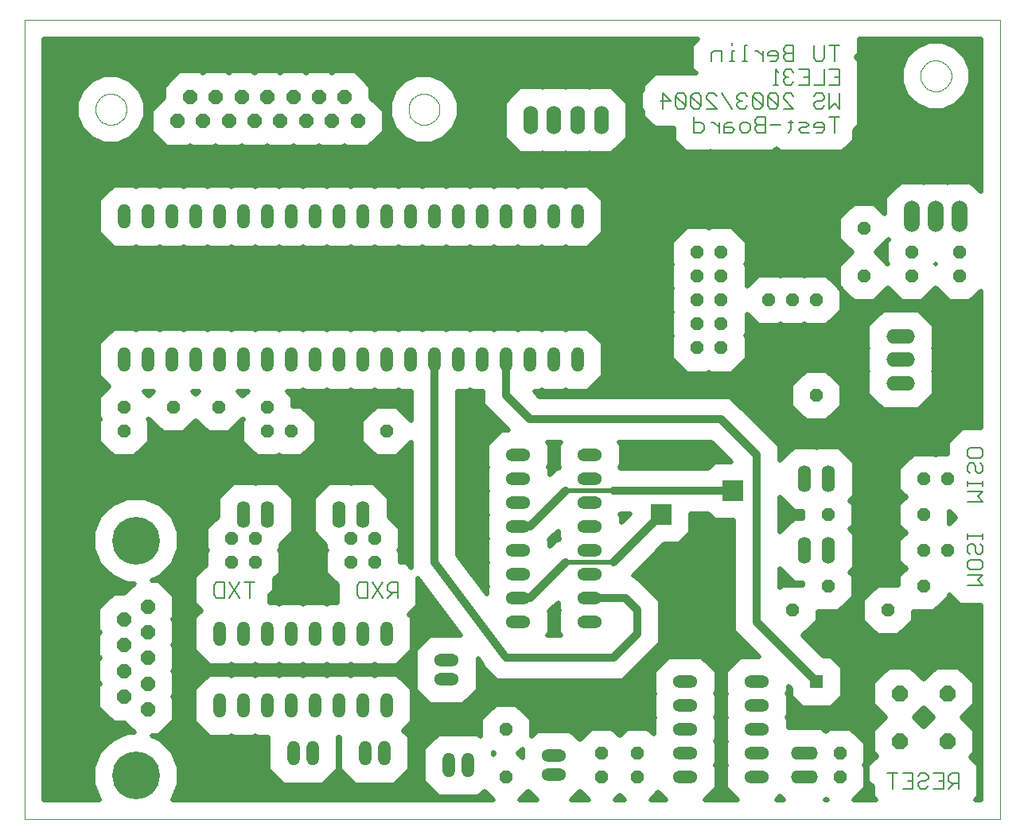
<source format=gbr>
G75*
G70*
%OFA0B0*%
%FSLAX24Y24*%
%IPPOS*%
%LPD*%
%AMOC8*
5,1,8,0,0,1.08239X$1,22.5*
%
%ADD10C,0.0000*%
%ADD11C,0.0060*%
%ADD12O,0.0520X0.1040*%
%ADD13O,0.1040X0.0520*%
%ADD14OC8,0.0560*%
%ADD15OC8,0.0600*%
%ADD16OC8,0.0520*%
%ADD17O,0.0660X0.1320*%
%ADD18OC8,0.0660*%
%ADD19O,0.0560X0.1120*%
%ADD20O,0.0600X0.1200*%
%ADD21O,0.1120X0.0560*%
%ADD22O,0.1200X0.0600*%
%ADD23C,0.2000*%
%ADD24C,0.0320*%
%ADD25R,0.0860X0.0860*%
%ADD26C,0.0200*%
%ADD27R,0.0560X0.0560*%
D10*
X043372Y001405D02*
X002502Y001405D01*
X002502Y034901D01*
X043372Y034901D01*
X043372Y001405D01*
X018597Y031153D02*
X018600Y031212D01*
X018608Y031271D01*
X018621Y031328D01*
X018640Y031385D01*
X018663Y031439D01*
X018692Y031491D01*
X018725Y031540D01*
X018762Y031586D01*
X018803Y031628D01*
X018848Y031666D01*
X018897Y031701D01*
X018948Y031730D01*
X019002Y031755D01*
X019057Y031775D01*
X019115Y031789D01*
X019173Y031799D01*
X019232Y031803D01*
X019291Y031801D01*
X019350Y031795D01*
X019408Y031783D01*
X019465Y031765D01*
X019519Y031743D01*
X019572Y031716D01*
X019622Y031684D01*
X019669Y031648D01*
X019712Y031607D01*
X019751Y031563D01*
X019786Y031516D01*
X019817Y031465D01*
X019843Y031412D01*
X019864Y031357D01*
X019880Y031300D01*
X019891Y031242D01*
X019896Y031183D01*
X019896Y031123D01*
X019891Y031064D01*
X019880Y031006D01*
X019864Y030949D01*
X019843Y030894D01*
X019817Y030841D01*
X019786Y030790D01*
X019751Y030743D01*
X019712Y030699D01*
X019669Y030658D01*
X019622Y030622D01*
X019572Y030590D01*
X019519Y030563D01*
X019465Y030541D01*
X019408Y030523D01*
X019350Y030511D01*
X019291Y030505D01*
X019232Y030503D01*
X019173Y030507D01*
X019115Y030517D01*
X019057Y030531D01*
X019002Y030551D01*
X018948Y030576D01*
X018897Y030605D01*
X018848Y030640D01*
X018803Y030678D01*
X018762Y030720D01*
X018725Y030766D01*
X018692Y030815D01*
X018663Y030867D01*
X018640Y030921D01*
X018621Y030978D01*
X018608Y031035D01*
X018600Y031094D01*
X018597Y031153D01*
X005477Y031153D02*
X005480Y031212D01*
X005488Y031271D01*
X005501Y031328D01*
X005520Y031385D01*
X005543Y031439D01*
X005572Y031491D01*
X005605Y031540D01*
X005642Y031586D01*
X005683Y031628D01*
X005728Y031666D01*
X005777Y031701D01*
X005828Y031730D01*
X005882Y031755D01*
X005937Y031775D01*
X005995Y031789D01*
X006053Y031799D01*
X006112Y031803D01*
X006171Y031801D01*
X006230Y031795D01*
X006288Y031783D01*
X006345Y031765D01*
X006399Y031743D01*
X006452Y031716D01*
X006502Y031684D01*
X006549Y031648D01*
X006592Y031607D01*
X006631Y031563D01*
X006666Y031516D01*
X006697Y031465D01*
X006723Y031412D01*
X006744Y031357D01*
X006760Y031300D01*
X006771Y031242D01*
X006776Y031183D01*
X006776Y031123D01*
X006771Y031064D01*
X006760Y031006D01*
X006744Y030949D01*
X006723Y030894D01*
X006697Y030841D01*
X006666Y030790D01*
X006631Y030743D01*
X006592Y030699D01*
X006549Y030658D01*
X006502Y030622D01*
X006452Y030590D01*
X006399Y030563D01*
X006345Y030541D01*
X006288Y030523D01*
X006230Y030511D01*
X006171Y030505D01*
X006112Y030503D01*
X006053Y030507D01*
X005995Y030517D01*
X005937Y030531D01*
X005882Y030551D01*
X005828Y030576D01*
X005777Y030605D01*
X005728Y030640D01*
X005683Y030678D01*
X005642Y030720D01*
X005605Y030766D01*
X005572Y030815D01*
X005543Y030867D01*
X005520Y030921D01*
X005501Y030978D01*
X005488Y031035D01*
X005480Y031094D01*
X005477Y031153D01*
X040037Y032553D02*
X040040Y032612D01*
X040048Y032671D01*
X040061Y032728D01*
X040080Y032785D01*
X040103Y032839D01*
X040132Y032891D01*
X040165Y032940D01*
X040202Y032986D01*
X040243Y033028D01*
X040288Y033066D01*
X040337Y033101D01*
X040388Y033130D01*
X040442Y033155D01*
X040497Y033175D01*
X040555Y033189D01*
X040613Y033199D01*
X040672Y033203D01*
X040731Y033201D01*
X040790Y033195D01*
X040848Y033183D01*
X040905Y033165D01*
X040959Y033143D01*
X041012Y033116D01*
X041062Y033084D01*
X041109Y033048D01*
X041152Y033007D01*
X041191Y032963D01*
X041226Y032916D01*
X041257Y032865D01*
X041283Y032812D01*
X041304Y032757D01*
X041320Y032700D01*
X041331Y032642D01*
X041336Y032583D01*
X041336Y032523D01*
X041331Y032464D01*
X041320Y032406D01*
X041304Y032349D01*
X041283Y032294D01*
X041257Y032241D01*
X041226Y032190D01*
X041191Y032143D01*
X041152Y032099D01*
X041109Y032058D01*
X041062Y032022D01*
X041012Y031990D01*
X040959Y031963D01*
X040905Y031941D01*
X040848Y031923D01*
X040790Y031911D01*
X040731Y031905D01*
X040672Y031903D01*
X040613Y031907D01*
X040555Y031917D01*
X040497Y031931D01*
X040442Y031951D01*
X040388Y031976D01*
X040337Y032005D01*
X040288Y032040D01*
X040243Y032078D01*
X040202Y032120D01*
X040165Y032166D01*
X040132Y032215D01*
X040103Y032267D01*
X040080Y032321D01*
X040061Y032378D01*
X040048Y032435D01*
X040040Y032494D01*
X040037Y032553D01*
D11*
X018157Y010683D02*
X018157Y011323D01*
X017837Y011323D01*
X017730Y011217D01*
X017730Y011003D01*
X017837Y010896D01*
X018157Y010896D01*
X017944Y010896D02*
X017730Y010683D01*
X017086Y010683D02*
X017513Y011323D01*
X017086Y011323D02*
X017513Y010683D01*
X016868Y011323D02*
X016868Y010683D01*
X016548Y010683D01*
X016441Y010790D01*
X016441Y011217D01*
X016548Y011323D01*
X016868Y011323D01*
X011944Y011323D02*
X011944Y010683D01*
X012157Y011323D02*
X011730Y011323D01*
X011513Y011323D02*
X011086Y010683D01*
X011513Y010683D02*
X011086Y011323D01*
X010868Y011323D02*
X010868Y010683D01*
X010548Y010683D01*
X010441Y010790D01*
X010441Y011217D01*
X010548Y011323D01*
X010868Y011323D01*
X041657Y002683D02*
X041657Y003323D01*
X041337Y003323D01*
X041230Y003217D01*
X041230Y003003D01*
X041337Y002896D01*
X041657Y002896D01*
X041444Y002896D02*
X041230Y002683D01*
X040586Y003323D02*
X041013Y003323D01*
X041013Y002683D01*
X040586Y002683D01*
X040799Y003003D02*
X041013Y003003D01*
X039941Y003217D02*
X040048Y003323D01*
X040262Y003323D01*
X040368Y003217D01*
X040368Y003110D01*
X040262Y003003D01*
X040048Y003003D01*
X039941Y002896D01*
X039941Y002790D01*
X040048Y002683D01*
X040262Y002683D01*
X040368Y002790D01*
X039297Y003323D02*
X039724Y003323D01*
X039724Y002683D01*
X039297Y002683D01*
X039510Y003003D02*
X039724Y003003D01*
X038866Y002683D02*
X038866Y003323D01*
X039079Y003323D02*
X038652Y003323D01*
X042017Y011212D02*
X042658Y011212D01*
X042444Y011426D01*
X042658Y011639D01*
X042017Y011639D01*
X042658Y012177D02*
X042658Y011963D01*
X042551Y011857D01*
X042124Y011857D01*
X042017Y011963D01*
X042017Y012177D01*
X042124Y012284D01*
X042551Y012284D01*
X042658Y012177D01*
X042551Y012928D02*
X042658Y012821D01*
X042658Y012608D01*
X042551Y012501D01*
X042444Y012501D01*
X042338Y012608D01*
X042338Y012821D01*
X042231Y012928D01*
X042124Y012928D01*
X042017Y012821D01*
X042017Y012608D01*
X042124Y012501D01*
X042017Y013146D02*
X042017Y013359D01*
X042017Y013252D02*
X042658Y013252D01*
X042658Y013146D02*
X042658Y013359D01*
X042017Y014712D02*
X042658Y014712D01*
X042444Y014926D01*
X042658Y015139D01*
X042017Y015139D01*
X042017Y015357D02*
X042017Y015570D01*
X042017Y015463D02*
X042658Y015463D01*
X042658Y015357D02*
X042658Y015570D01*
X042551Y016321D02*
X042658Y016214D01*
X042658Y016001D01*
X042551Y015894D01*
X042444Y015894D01*
X042338Y016001D01*
X042338Y016214D01*
X042231Y016321D01*
X042124Y016321D01*
X042017Y016214D01*
X042017Y016001D01*
X042124Y015894D01*
X042658Y016859D02*
X042658Y016645D01*
X042551Y016538D01*
X042124Y016538D01*
X042017Y016645D01*
X042017Y016859D01*
X042124Y016965D01*
X042551Y016965D01*
X042658Y016859D01*
X036230Y032823D02*
X036657Y032823D01*
X036657Y032183D01*
X036230Y032183D01*
X036444Y032503D02*
X036657Y032503D01*
X036013Y032823D02*
X036013Y032183D01*
X035586Y032183D01*
X034941Y032823D02*
X035368Y032823D01*
X035368Y032183D01*
X034941Y032183D01*
X035155Y032503D02*
X035368Y032503D01*
X034724Y032717D02*
X034617Y032823D01*
X034404Y032823D01*
X034297Y032717D01*
X034297Y032610D01*
X034404Y032503D01*
X034510Y032503D01*
X034404Y032503D02*
X034297Y032396D01*
X034297Y032290D01*
X034404Y032183D01*
X034617Y032183D01*
X034724Y032290D01*
X034079Y032717D02*
X033973Y032823D01*
X033973Y032183D01*
X034079Y032183D02*
X033866Y032183D01*
X036444Y033183D02*
X036444Y033823D01*
X036657Y033823D02*
X036230Y033823D01*
X036013Y033823D02*
X036013Y033290D01*
X035906Y033183D01*
X035693Y033183D01*
X035586Y033290D01*
X035586Y033823D01*
X034724Y033183D02*
X034724Y033823D01*
X034404Y033823D01*
X034297Y033717D01*
X034297Y033610D01*
X034404Y033503D01*
X034297Y033396D01*
X034297Y033290D01*
X034404Y033183D01*
X034724Y033183D01*
X034724Y033503D02*
X034404Y033503D01*
X033759Y033183D02*
X033973Y033183D01*
X034079Y033290D01*
X034079Y033503D01*
X033973Y033610D01*
X033759Y033610D01*
X033652Y033503D01*
X033652Y033396D01*
X034079Y033396D01*
X033435Y033183D02*
X033435Y033610D01*
X033435Y033396D02*
X033221Y033610D01*
X033114Y033610D01*
X032790Y033823D02*
X032683Y033823D01*
X032683Y033183D01*
X032577Y033183D02*
X032790Y033183D01*
X032253Y033610D02*
X032146Y033610D01*
X032146Y033183D01*
X032040Y033183D02*
X032253Y033183D01*
X032146Y033823D02*
X032146Y033930D01*
X031716Y033183D02*
X031716Y033610D01*
X031396Y033610D01*
X031289Y033503D01*
X031289Y033183D01*
X036657Y031823D02*
X036657Y031183D01*
X036444Y031396D01*
X036230Y031183D01*
X036230Y031823D01*
X035586Y031717D02*
X035693Y031823D01*
X035906Y031823D01*
X036013Y031717D01*
X036013Y031610D01*
X035906Y031503D01*
X035693Y031503D01*
X035586Y031396D01*
X035586Y031290D01*
X035693Y031183D01*
X035906Y031183D01*
X036013Y031290D01*
X034297Y031183D02*
X034724Y031183D01*
X034297Y031610D01*
X034297Y031717D01*
X034404Y031823D01*
X034617Y031823D01*
X034724Y031717D01*
X034079Y031290D02*
X034079Y031717D01*
X033973Y031823D01*
X033759Y031823D01*
X033652Y031717D01*
X033652Y031290D01*
X033759Y031183D01*
X033973Y031183D01*
X034079Y031290D01*
X033652Y031717D01*
X033435Y031290D02*
X033435Y031717D01*
X033328Y031823D01*
X033114Y031823D01*
X033008Y031717D01*
X033008Y031290D01*
X033114Y031183D01*
X033328Y031183D01*
X033435Y031290D01*
X033008Y031717D01*
X032790Y031717D02*
X032683Y031823D01*
X032470Y031823D01*
X032363Y031717D01*
X032363Y031610D01*
X032470Y031503D01*
X032577Y031503D01*
X032470Y031503D02*
X032363Y031396D01*
X032363Y031290D01*
X032470Y031183D01*
X032683Y031183D01*
X032790Y031290D01*
X032146Y031183D02*
X031719Y031823D01*
X031074Y031183D02*
X031501Y031183D01*
X031074Y031610D01*
X031074Y031717D01*
X031181Y031823D01*
X031394Y031823D01*
X031501Y031717D01*
X030857Y031290D02*
X030857Y031717D01*
X030750Y031823D01*
X030536Y031823D01*
X030430Y031717D01*
X030430Y031290D01*
X030536Y031183D01*
X030750Y031183D01*
X030857Y031290D01*
X030430Y031717D01*
X030212Y031290D02*
X030212Y031717D01*
X030105Y031823D01*
X029892Y031823D01*
X029785Y031717D01*
X029785Y031290D01*
X029892Y031183D01*
X030105Y031183D01*
X030212Y031290D01*
X029785Y031717D01*
X029247Y031183D02*
X029247Y031823D01*
X029568Y031503D01*
X029141Y031503D01*
X036444Y030823D02*
X036444Y030183D01*
X036657Y030823D02*
X036230Y030823D01*
X035693Y030183D02*
X035906Y030183D01*
X036013Y030290D01*
X036013Y030503D01*
X035906Y030610D01*
X035693Y030610D01*
X035586Y030503D01*
X035586Y030396D01*
X036013Y030396D01*
X035368Y030183D02*
X035048Y030183D01*
X034941Y030290D01*
X035048Y030396D01*
X035262Y030396D01*
X035368Y030503D01*
X035262Y030610D01*
X034941Y030610D01*
X034617Y030717D02*
X034617Y030290D01*
X034510Y030183D01*
X034510Y030610D02*
X034724Y030610D01*
X034187Y030503D02*
X033760Y030503D01*
X033542Y030183D02*
X033542Y030823D01*
X033222Y030823D01*
X033115Y030717D01*
X033115Y030610D01*
X033222Y030503D01*
X033115Y030396D01*
X033115Y030290D01*
X033222Y030183D01*
X033542Y030183D01*
X033542Y030503D02*
X033222Y030503D01*
X032791Y030183D02*
X032577Y030183D01*
X032471Y030290D01*
X032471Y030503D01*
X032577Y030610D01*
X032791Y030610D01*
X032898Y030503D01*
X032898Y030290D01*
X032791Y030183D01*
X032146Y030610D02*
X031933Y030610D01*
X031826Y030503D01*
X031826Y030183D01*
X032146Y030183D01*
X032253Y030290D01*
X032146Y030396D01*
X031826Y030396D01*
X031609Y030183D02*
X031609Y030610D01*
X031609Y030396D02*
X031395Y030610D01*
X031288Y030610D01*
X030537Y030823D02*
X030537Y030183D01*
X030857Y030183D01*
X030964Y030290D01*
X030964Y030503D01*
X030857Y030610D01*
X030537Y030610D01*
D12*
X025687Y020653D03*
X024687Y020653D03*
X023687Y020653D03*
X022687Y020653D03*
X021687Y020653D03*
X020687Y020653D03*
X019687Y020653D03*
X018687Y020653D03*
X017687Y020653D03*
X016687Y020653D03*
X015687Y020653D03*
X014687Y020653D03*
X013687Y020653D03*
X012687Y020653D03*
X011687Y020653D03*
X010687Y020653D03*
X009687Y020653D03*
X008687Y020653D03*
X007687Y020653D03*
X006687Y020653D03*
X006687Y026653D03*
X007687Y026653D03*
X008687Y026653D03*
X009687Y026653D03*
X010687Y026653D03*
X011687Y026653D03*
X012687Y026653D03*
X013687Y026653D03*
X014687Y026653D03*
X015687Y026653D03*
X016687Y026653D03*
X017687Y026653D03*
X018687Y026653D03*
X019687Y026653D03*
X020687Y026653D03*
X021687Y026653D03*
X022687Y026653D03*
X023687Y026653D03*
X024687Y026653D03*
X025687Y026653D03*
X017687Y006153D03*
X016687Y006153D03*
X015687Y006153D03*
X014687Y006153D03*
X013687Y006153D03*
X012687Y006153D03*
X011687Y006153D03*
X010687Y006153D03*
X010687Y009153D03*
X011687Y009153D03*
X012687Y009153D03*
X013687Y009153D03*
X014687Y009153D03*
X015687Y009153D03*
X016687Y009153D03*
X017687Y009153D03*
X020287Y003653D03*
X021087Y003653D03*
X016787Y004153D03*
X017587Y004153D03*
X013787Y004153D03*
X014587Y004153D03*
D13*
X023187Y009653D03*
X023187Y010653D03*
X023187Y015653D03*
X023187Y016653D03*
X023187Y011653D03*
X023187Y012653D03*
X023187Y014653D03*
X023187Y013653D03*
X026187Y016653D03*
X026187Y015653D03*
X026187Y014653D03*
X026187Y013653D03*
X026187Y012653D03*
X026187Y011653D03*
X026187Y010653D03*
X026187Y009653D03*
X024687Y003253D03*
X024687Y004053D03*
X020187Y008053D03*
X020187Y007253D03*
X030187Y003153D03*
X030187Y004153D03*
X030187Y005153D03*
X030187Y006153D03*
X030187Y007153D03*
X033187Y007153D03*
X033187Y006153D03*
X033187Y005153D03*
X033187Y004153D03*
X033187Y003153D03*
D14*
X031687Y025153D03*
X030687Y025153D03*
X031687Y024153D03*
X030687Y024153D03*
X031687Y023153D03*
X030687Y023153D03*
X031687Y022153D03*
X030687Y022153D03*
X031687Y021153D03*
X030687Y021153D03*
D15*
X016467Y030653D03*
X015387Y030653D03*
X014307Y030653D03*
X013227Y030653D03*
X012147Y030653D03*
X011067Y030653D03*
X009987Y030653D03*
X008907Y030653D03*
X015927Y031653D03*
X014847Y031653D03*
X013767Y031653D03*
X012687Y031653D03*
X011607Y031653D03*
X010527Y031653D03*
X009447Y031653D03*
X007687Y010313D03*
X007687Y009233D03*
X007687Y008153D03*
X007687Y007073D03*
X007687Y005993D03*
X006687Y009773D03*
X006687Y008693D03*
X006687Y007613D03*
X006687Y006533D03*
D16*
X010637Y018653D03*
X008737Y018653D03*
X006687Y018653D03*
X006687Y017653D03*
X012687Y018653D03*
X012687Y017653D03*
X037687Y026153D03*
X037687Y024153D03*
X022687Y005153D03*
X022687Y003153D03*
X035687Y023153D03*
X035687Y019153D03*
X034687Y023153D03*
X033687Y023153D03*
X039687Y024153D03*
X039687Y025153D03*
X041687Y024153D03*
X041687Y025153D03*
X038687Y010153D03*
X034687Y010153D03*
X017187Y012153D03*
X017187Y013153D03*
X011187Y012153D03*
X011187Y013153D03*
X016187Y012153D03*
X012187Y012153D03*
X016187Y013153D03*
X012187Y013153D03*
X041187Y015653D03*
X040187Y015653D03*
X041187Y012653D03*
X040187Y012653D03*
X036187Y011153D03*
X040187Y011153D03*
X036187Y014153D03*
X040187Y014153D03*
X017687Y017653D03*
X013687Y017653D03*
X028187Y003153D03*
X028187Y004153D03*
X026687Y003153D03*
X026687Y004153D03*
X036687Y003153D03*
X036687Y004153D03*
D17*
X041687Y026653D03*
X040687Y026653D03*
X039687Y026653D03*
D18*
X039187Y006653D03*
X039187Y004653D03*
X041187Y004653D03*
X041187Y006653D03*
D19*
X011687Y014153D03*
X012687Y014153D03*
X015687Y014153D03*
X016687Y014153D03*
X036187Y015653D03*
X035187Y015653D03*
X036187Y012653D03*
X035187Y012653D03*
D20*
X025679Y030692D03*
X026664Y030692D03*
X024695Y030692D03*
X023711Y030692D03*
D21*
X035187Y004153D03*
X035187Y003153D03*
D22*
X039227Y019669D03*
X039227Y020653D03*
X039227Y021637D03*
D23*
X007187Y013083D03*
X007187Y003223D03*
D24*
X027187Y008153D02*
X028187Y009153D01*
X028187Y010153D01*
X027687Y010653D01*
X027187Y008153D02*
X022687Y008153D01*
X019687Y012153D01*
X026187Y010653D02*
X027687Y010653D01*
X019687Y012153D02*
X019687Y020653D01*
X025187Y012153D02*
X023687Y010653D01*
X027187Y012153D02*
X029187Y014153D01*
X023687Y010653D02*
X023187Y010653D01*
X023687Y013653D02*
X025187Y015153D01*
X027187Y015153D02*
X032187Y015153D01*
X023687Y013653D02*
X023187Y013653D01*
X022687Y020653D02*
X022687Y019153D01*
X023687Y018153D01*
X031687Y018153D01*
X033187Y016653D01*
X033187Y009653D01*
X035687Y007153D01*
D25*
X029187Y014153D03*
X032187Y015153D03*
D26*
X027187Y012153D02*
X025187Y012153D01*
X025187Y015153D02*
X027187Y015153D01*
X027446Y014153D02*
X027507Y014092D01*
X027507Y013830D01*
X027870Y014193D01*
X027486Y014193D01*
X027446Y014153D01*
X024507Y017092D02*
X024507Y016214D01*
X024446Y016153D01*
X024507Y016092D01*
X024507Y015830D01*
X024790Y016113D01*
X024888Y016113D01*
X024928Y016153D01*
X024867Y016214D01*
X024867Y017092D01*
X024968Y017193D01*
X024406Y017193D01*
X024507Y017092D01*
X034740Y014013D02*
X035127Y014013D01*
X035127Y014293D01*
X034740Y014293D01*
X034147Y014886D01*
X034147Y013420D01*
X034740Y014013D01*
X034248Y011213D02*
X035126Y011213D01*
X035127Y011212D01*
X035127Y011293D01*
X034740Y011293D01*
X034147Y011886D01*
X034147Y011112D01*
X034248Y011213D01*
X030417Y013392D02*
X029949Y012923D01*
X029315Y012923D01*
X028005Y011613D01*
X028085Y011613D01*
X028647Y011051D01*
X029147Y010551D01*
X029147Y009755D01*
X029147Y008755D01*
X028585Y008193D01*
X028147Y007755D01*
X027585Y007193D01*
X023085Y007193D01*
X022290Y007193D01*
X021960Y007522D01*
X021960Y007522D01*
X021727Y007755D01*
X021727Y007833D01*
X021507Y008126D01*
X021507Y007692D01*
X021507Y006814D01*
X020886Y006193D01*
X019488Y006193D01*
X018867Y006814D01*
X018867Y007692D01*
X018867Y008492D01*
X019488Y009113D01*
X020767Y009113D01*
X018987Y011486D01*
X018987Y011240D01*
X018987Y010553D01*
X018987Y010339D01*
X018624Y009976D01*
X018747Y009852D01*
X018747Y008454D01*
X018126Y007833D01*
X017248Y007833D01*
X017187Y007894D01*
X017126Y007833D01*
X016248Y007833D01*
X016187Y007894D01*
X016126Y007833D01*
X015248Y007833D01*
X015187Y007894D01*
X015126Y007833D01*
X014248Y007833D01*
X014187Y007894D01*
X014126Y007833D01*
X013248Y007833D01*
X013187Y007894D01*
X013126Y007833D01*
X012248Y007833D01*
X012187Y007894D01*
X012126Y007833D01*
X011248Y007833D01*
X011187Y007894D01*
X011126Y007833D01*
X010248Y007833D01*
X009627Y008454D01*
X009627Y009852D01*
X009916Y010141D01*
X009611Y010446D01*
X009611Y010873D01*
X009611Y011560D01*
X009854Y011804D01*
X009856Y011806D01*
X010098Y012047D01*
X010098Y012047D01*
X010127Y012076D01*
X010127Y012592D01*
X010188Y012653D01*
X010127Y012714D01*
X010127Y013592D01*
X010607Y014072D01*
X010607Y014880D01*
X011240Y015513D01*
X012135Y015513D01*
X012187Y015460D01*
X012240Y015513D01*
X013135Y015513D01*
X013767Y014880D01*
X013767Y013426D01*
X013247Y012906D01*
X013247Y012714D01*
X013186Y012653D01*
X013247Y012592D01*
X013247Y011714D01*
X012987Y011454D01*
X012987Y010980D01*
X012774Y010766D01*
X012774Y010473D01*
X013126Y010473D01*
X013187Y010412D01*
X013248Y010473D01*
X014126Y010473D01*
X014187Y010412D01*
X014248Y010473D01*
X015126Y010473D01*
X015187Y010412D01*
X015248Y010473D01*
X015611Y010473D01*
X015611Y010873D01*
X015611Y011230D01*
X015127Y011714D01*
X015127Y012592D01*
X015188Y012653D01*
X015127Y012714D01*
X015127Y012906D01*
X014607Y013426D01*
X014607Y014880D01*
X015240Y015513D01*
X016135Y015513D01*
X016187Y015460D01*
X016240Y015513D01*
X017135Y015513D01*
X017767Y014880D01*
X017767Y014072D01*
X018247Y013592D01*
X018247Y012714D01*
X018186Y012653D01*
X018247Y012592D01*
X018247Y012153D01*
X018501Y012153D01*
X018727Y011927D01*
X018727Y017194D01*
X018126Y016593D01*
X017248Y016593D01*
X016627Y017214D01*
X016627Y018092D01*
X017248Y018713D01*
X018126Y018713D01*
X018727Y018112D01*
X018727Y019333D01*
X018248Y019333D01*
X018187Y019394D01*
X018126Y019333D01*
X017248Y019333D01*
X017187Y019394D01*
X017126Y019333D01*
X016248Y019333D01*
X016187Y019394D01*
X016126Y019333D01*
X015248Y019333D01*
X015187Y019394D01*
X015126Y019333D01*
X014248Y019333D01*
X014187Y019394D01*
X014126Y019333D01*
X013506Y019333D01*
X013747Y019092D01*
X013747Y018713D01*
X014126Y018713D01*
X014747Y018092D01*
X014747Y017214D01*
X014126Y016593D01*
X013248Y016593D01*
X013187Y016654D01*
X013126Y016593D01*
X012248Y016593D01*
X011627Y017214D01*
X011627Y018092D01*
X011688Y018153D01*
X011662Y018179D01*
X011076Y017593D01*
X010198Y017593D01*
X009687Y018104D01*
X009176Y017593D01*
X008298Y017593D01*
X007712Y018179D01*
X007686Y018153D01*
X007747Y018092D01*
X007747Y017214D01*
X007126Y016593D01*
X006248Y016593D01*
X005627Y017214D01*
X005627Y018092D01*
X005688Y018153D01*
X005627Y018214D01*
X005627Y019092D01*
X006058Y019523D01*
X005627Y019954D01*
X005627Y021352D01*
X006248Y021973D01*
X007126Y021973D01*
X007187Y021912D01*
X007248Y021973D01*
X008126Y021973D01*
X008187Y021912D01*
X008248Y021973D01*
X009126Y021973D01*
X009187Y021912D01*
X009248Y021973D01*
X010126Y021973D01*
X010187Y021912D01*
X010248Y021973D01*
X011126Y021973D01*
X011187Y021912D01*
X011248Y021973D01*
X012126Y021973D01*
X012187Y021912D01*
X012248Y021973D01*
X013126Y021973D01*
X013187Y021912D01*
X013248Y021973D01*
X014126Y021973D01*
X014187Y021912D01*
X014248Y021973D01*
X015126Y021973D01*
X015187Y021912D01*
X015248Y021973D01*
X016126Y021973D01*
X016187Y021912D01*
X016248Y021973D01*
X017126Y021973D01*
X017187Y021912D01*
X017248Y021973D01*
X018126Y021973D01*
X018187Y021912D01*
X018248Y021973D01*
X019126Y021973D01*
X019187Y021912D01*
X019248Y021973D01*
X020126Y021973D01*
X020187Y021912D01*
X020248Y021973D01*
X021126Y021973D01*
X021187Y021912D01*
X021248Y021973D01*
X022126Y021973D01*
X022187Y021912D01*
X022248Y021973D01*
X023126Y021973D01*
X023187Y021912D01*
X023248Y021973D01*
X024126Y021973D01*
X024187Y021912D01*
X024248Y021973D01*
X025126Y021973D01*
X025187Y021912D01*
X025248Y021973D01*
X026126Y021973D01*
X026747Y021352D01*
X026747Y019954D01*
X026126Y019333D01*
X025248Y019333D01*
X025187Y019394D01*
X025126Y019333D01*
X024248Y019333D01*
X024187Y019394D01*
X024126Y019333D01*
X023865Y019333D01*
X024085Y019113D01*
X031290Y019113D01*
X032085Y019113D01*
X034147Y017051D01*
X034147Y016420D01*
X034740Y017013D01*
X035635Y017013D01*
X035687Y016960D01*
X035740Y017013D01*
X036635Y017013D01*
X037267Y016380D01*
X037267Y014926D01*
X037091Y014749D01*
X037247Y014592D01*
X037247Y013714D01*
X037091Y013557D01*
X037267Y013380D01*
X037267Y011926D01*
X037091Y011749D01*
X037247Y011592D01*
X037247Y010714D01*
X036626Y010093D01*
X035748Y010093D01*
X035747Y010094D01*
X035747Y009714D01*
X035126Y009093D01*
X035105Y009093D01*
X035965Y008233D01*
X036299Y008233D01*
X036767Y007764D01*
X036767Y006542D01*
X036299Y006073D01*
X035076Y006073D01*
X034607Y006542D01*
X034607Y006875D01*
X034507Y006975D01*
X034507Y006714D01*
X034446Y006653D01*
X034507Y006592D01*
X034507Y005714D01*
X034446Y005653D01*
X034507Y005592D01*
X034507Y005233D01*
X035915Y005233D01*
X036092Y005056D01*
X036248Y005213D01*
X037126Y005213D01*
X037747Y004592D01*
X037747Y003714D01*
X037686Y003653D01*
X037747Y003592D01*
X037747Y002714D01*
X037238Y002205D01*
X038170Y002205D01*
X038036Y002339D01*
X038036Y002766D01*
X037822Y002980D01*
X037822Y003667D01*
X038199Y004044D01*
X038057Y004185D01*
X038057Y005121D01*
X038589Y005653D01*
X038057Y006185D01*
X038057Y007121D01*
X038719Y007783D01*
X039655Y007783D01*
X040187Y007251D01*
X040719Y007783D01*
X041655Y007783D01*
X042317Y007121D01*
X042317Y006185D01*
X041785Y005653D01*
X042317Y005121D01*
X042317Y004185D01*
X042144Y004011D01*
X042487Y003667D01*
X042487Y003240D01*
X042487Y002553D01*
X042487Y002339D01*
X042353Y002205D01*
X042572Y002205D01*
X042572Y010382D01*
X042314Y010382D01*
X041674Y010382D01*
X041247Y010808D01*
X041247Y010714D01*
X040626Y010093D01*
X039748Y010093D01*
X039747Y010094D01*
X039747Y009714D01*
X039126Y009093D01*
X038248Y009093D01*
X037627Y009714D01*
X037627Y010592D01*
X038248Y011213D01*
X039126Y011213D01*
X039127Y011212D01*
X039127Y011592D01*
X039438Y011903D01*
X039127Y012214D01*
X039127Y013092D01*
X039438Y013403D01*
X039127Y013714D01*
X039127Y014592D01*
X039438Y014903D01*
X039127Y015214D01*
X039127Y016092D01*
X039748Y016713D01*
X040626Y016713D01*
X040687Y016652D01*
X040748Y016713D01*
X041187Y016713D01*
X041187Y017202D01*
X041187Y017202D01*
X041294Y017309D01*
X041294Y017309D01*
X041537Y017552D01*
X041537Y017552D01*
X041562Y017577D01*
X041780Y017795D01*
X042207Y017795D01*
X042572Y017795D01*
X042572Y023539D01*
X042126Y023093D01*
X041248Y023093D01*
X040687Y023654D01*
X040126Y023093D01*
X039248Y023093D01*
X038687Y023654D01*
X038126Y023093D01*
X037248Y023093D01*
X036627Y023714D01*
X036627Y024592D01*
X037188Y025153D01*
X036627Y025714D01*
X036627Y026592D01*
X037248Y027213D01*
X038126Y027213D01*
X038557Y026782D01*
X038557Y027451D01*
X039219Y028113D01*
X040155Y028113D01*
X040187Y028081D01*
X040219Y028113D01*
X041155Y028113D01*
X041187Y028081D01*
X041219Y028113D01*
X042155Y028113D01*
X042572Y027696D01*
X042572Y034101D01*
X037487Y034101D01*
X037487Y033480D01*
X037331Y033323D01*
X037487Y033167D01*
X037487Y032847D01*
X037487Y032159D01*
X037487Y031839D01*
X037487Y031527D01*
X037487Y031167D01*
X037487Y030480D01*
X037274Y030266D01*
X037274Y029839D01*
X036788Y029353D01*
X036250Y029353D01*
X035712Y029353D01*
X035392Y029353D01*
X034854Y029353D01*
X034166Y029353D01*
X034026Y029493D01*
X033886Y029353D01*
X033198Y029353D01*
X033135Y029353D01*
X032490Y029353D01*
X031952Y029353D01*
X031265Y029353D01*
X031233Y029385D01*
X031201Y029353D01*
X030514Y029353D01*
X030193Y029353D01*
X029707Y029839D01*
X029707Y030266D01*
X029707Y030353D01*
X029591Y030353D01*
X028904Y030353D01*
X028417Y030839D01*
X028417Y031053D01*
X028311Y031159D01*
X028311Y031847D01*
X028417Y031954D01*
X028417Y032167D01*
X028904Y032653D01*
X029591Y032653D01*
X030193Y032653D01*
X030193Y032653D01*
X030645Y032653D01*
X030459Y032839D01*
X030459Y033847D01*
X030713Y034101D01*
X003302Y034101D01*
X003302Y002205D01*
X005661Y002205D01*
X005387Y002865D01*
X005387Y003581D01*
X005661Y004243D01*
X006168Y004749D01*
X006829Y005023D01*
X007102Y005023D01*
X006692Y005433D01*
X006232Y005433D01*
X005587Y006077D01*
X005587Y006989D01*
X005672Y007073D01*
X005587Y007157D01*
X005587Y008069D01*
X005672Y008153D01*
X005587Y008237D01*
X005587Y009149D01*
X005672Y009233D01*
X005587Y009317D01*
X005587Y010229D01*
X006232Y010873D01*
X006692Y010873D01*
X007102Y011283D01*
X006829Y011283D01*
X006168Y011557D01*
X005661Y012063D01*
X005387Y012725D01*
X005387Y013441D01*
X005661Y014103D01*
X006168Y014609D01*
X006829Y014883D01*
X007545Y014883D01*
X008207Y014609D01*
X008713Y014103D01*
X008987Y013441D01*
X008987Y012725D01*
X008713Y012063D01*
X008207Y011557D01*
X007859Y011413D01*
X008143Y011413D01*
X008787Y010769D01*
X008787Y009857D01*
X008703Y009773D01*
X008787Y009689D01*
X008787Y008777D01*
X008703Y008693D01*
X008787Y008609D01*
X008787Y007697D01*
X008703Y007613D01*
X008787Y007529D01*
X008787Y006617D01*
X008703Y006533D01*
X008787Y006449D01*
X008787Y005537D01*
X008143Y004893D01*
X007859Y004893D01*
X008207Y004749D01*
X008713Y004243D01*
X008987Y003581D01*
X008987Y002865D01*
X008714Y002205D01*
X022136Y002205D01*
X021767Y002574D01*
X021526Y002333D01*
X020648Y002333D01*
X019848Y002333D01*
X019227Y002954D01*
X019227Y004352D01*
X019848Y004973D01*
X020648Y004973D01*
X021526Y004973D01*
X021627Y004872D01*
X021627Y005592D01*
X022248Y006213D01*
X023126Y006213D01*
X023747Y005592D01*
X023747Y004872D01*
X023988Y005113D01*
X025386Y005113D01*
X025767Y004732D01*
X026248Y005213D01*
X027126Y005213D01*
X027437Y004902D01*
X027748Y005213D01*
X028626Y005213D01*
X028867Y004972D01*
X028867Y005592D01*
X028928Y005653D01*
X028867Y005714D01*
X028867Y006592D01*
X028928Y006653D01*
X028867Y006714D01*
X028867Y007592D01*
X029488Y008213D01*
X030886Y008213D01*
X031507Y007592D01*
X031507Y006714D01*
X031446Y006653D01*
X031507Y006592D01*
X031507Y005714D01*
X031446Y005653D01*
X031507Y005592D01*
X031507Y004714D01*
X031446Y004653D01*
X031507Y004592D01*
X031507Y003714D01*
X031446Y003653D01*
X031507Y003592D01*
X031507Y002714D01*
X030998Y002205D01*
X032376Y002205D01*
X031867Y002714D01*
X031867Y003592D01*
X031928Y003653D01*
X031867Y003714D01*
X031867Y004592D01*
X031928Y004653D01*
X031867Y004714D01*
X031867Y005592D01*
X031928Y005653D01*
X031867Y005714D01*
X031867Y006592D01*
X031928Y006653D01*
X031867Y006714D01*
X031867Y007592D01*
X032488Y008213D01*
X033270Y008213D01*
X032227Y009255D01*
X032227Y010051D01*
X032227Y013923D01*
X031426Y013923D01*
X031156Y014193D01*
X030417Y014193D01*
X030417Y013392D01*
X040627Y020124D02*
X040627Y019213D01*
X039982Y018569D01*
X038471Y018569D01*
X037827Y019213D01*
X037827Y020124D01*
X037863Y020161D01*
X037827Y020197D01*
X037827Y021109D01*
X037863Y021145D01*
X037827Y021182D01*
X037827Y022093D01*
X038471Y022737D01*
X039982Y022737D01*
X040627Y022093D01*
X040627Y021182D01*
X040590Y021145D01*
X040627Y021109D01*
X040627Y020197D01*
X040590Y020161D01*
X040627Y020124D01*
X017248Y007473D02*
X018126Y007473D01*
X018747Y006852D01*
X018747Y005454D01*
X018396Y005103D01*
X018647Y004852D01*
X018647Y003454D01*
X018026Y002833D01*
X017148Y002833D01*
X016348Y002833D01*
X015727Y003454D01*
X015727Y004833D01*
X015647Y004833D01*
X015647Y003454D01*
X015026Y002833D01*
X014148Y002833D01*
X013348Y002833D01*
X012727Y003454D01*
X012727Y004833D01*
X012248Y004833D01*
X012187Y004894D01*
X012126Y004833D01*
X011248Y004833D01*
X011187Y004894D01*
X011126Y004833D01*
X010248Y004833D01*
X009627Y005454D01*
X009627Y006852D01*
X010248Y007473D01*
X011126Y007473D01*
X011187Y007412D01*
X011248Y007473D01*
X012126Y007473D01*
X012187Y007412D01*
X012248Y007473D01*
X013126Y007473D01*
X013187Y007412D01*
X013248Y007473D01*
X014126Y007473D01*
X014187Y007412D01*
X014248Y007473D01*
X015126Y007473D01*
X015187Y007412D01*
X015248Y007473D01*
X016126Y007473D01*
X016187Y007412D01*
X016248Y007473D01*
X017126Y007473D01*
X017187Y007412D01*
X017248Y007473D01*
X034627Y018714D02*
X034627Y019592D01*
X035248Y020213D01*
X036126Y020213D01*
X036747Y019592D01*
X036747Y018714D01*
X036126Y018093D01*
X035248Y018093D01*
X034627Y018714D01*
X031240Y026233D02*
X032135Y026233D01*
X032767Y025600D01*
X032767Y024706D01*
X032715Y024653D01*
X032767Y024600D01*
X032767Y023732D01*
X033248Y024213D01*
X034126Y024213D01*
X034187Y024152D01*
X034248Y024213D01*
X035126Y024213D01*
X035187Y024152D01*
X035248Y024213D01*
X036126Y024213D01*
X036747Y023592D01*
X036747Y022714D01*
X036126Y022093D01*
X035248Y022093D01*
X035187Y022154D01*
X035126Y022093D01*
X034248Y022093D01*
X034187Y022154D01*
X034126Y022093D01*
X033248Y022093D01*
X032767Y022574D01*
X032767Y021706D01*
X032715Y021653D01*
X032767Y021600D01*
X032767Y020706D01*
X032135Y020073D01*
X031240Y020073D01*
X031187Y020126D01*
X031135Y020073D01*
X030240Y020073D01*
X029607Y020706D01*
X029607Y021600D01*
X029660Y021653D01*
X029607Y021706D01*
X029607Y022600D01*
X029660Y022653D01*
X029607Y022706D01*
X029607Y023600D01*
X029660Y023653D01*
X029607Y023706D01*
X029607Y024600D01*
X029660Y024653D01*
X029607Y024706D01*
X029607Y025600D01*
X030240Y026233D01*
X031135Y026233D01*
X031187Y026180D01*
X031240Y026233D01*
X006248Y027973D02*
X007126Y027973D01*
X007187Y027912D01*
X007248Y027973D01*
X008126Y027973D01*
X008187Y027912D01*
X008248Y027973D01*
X009126Y027973D01*
X009187Y027912D01*
X009248Y027973D01*
X010126Y027973D01*
X010187Y027912D01*
X010248Y027973D01*
X011126Y027973D01*
X011187Y027912D01*
X011248Y027973D01*
X012126Y027973D01*
X012187Y027912D01*
X012248Y027973D01*
X013126Y027973D01*
X013187Y027912D01*
X013248Y027973D01*
X014126Y027973D01*
X014187Y027912D01*
X014248Y027973D01*
X015126Y027973D01*
X015187Y027912D01*
X015248Y027973D01*
X016126Y027973D01*
X016187Y027912D01*
X016248Y027973D01*
X017126Y027973D01*
X017187Y027912D01*
X017248Y027973D01*
X018126Y027973D01*
X018187Y027912D01*
X018248Y027973D01*
X019126Y027973D01*
X019187Y027912D01*
X019248Y027973D01*
X020126Y027973D01*
X020187Y027912D01*
X020248Y027973D01*
X021126Y027973D01*
X021187Y027912D01*
X021248Y027973D01*
X022126Y027973D01*
X022187Y027912D01*
X022248Y027973D01*
X023126Y027973D01*
X023187Y027912D01*
X023248Y027973D01*
X024126Y027973D01*
X024187Y027912D01*
X024248Y027973D01*
X025126Y027973D01*
X025187Y027912D01*
X025248Y027973D01*
X026126Y027973D01*
X026747Y027352D01*
X026747Y025954D01*
X026126Y025333D01*
X025248Y025333D01*
X025187Y025394D01*
X025126Y025333D01*
X024248Y025333D01*
X024187Y025394D01*
X024126Y025333D01*
X023248Y025333D01*
X023187Y025394D01*
X023126Y025333D01*
X022248Y025333D01*
X022187Y025394D01*
X022126Y025333D01*
X021248Y025333D01*
X021187Y025394D01*
X021126Y025333D01*
X020248Y025333D01*
X020187Y025394D01*
X020126Y025333D01*
X019248Y025333D01*
X019187Y025394D01*
X019126Y025333D01*
X018248Y025333D01*
X018187Y025394D01*
X018126Y025333D01*
X017248Y025333D01*
X017187Y025394D01*
X017126Y025333D01*
X016248Y025333D01*
X016187Y025394D01*
X016126Y025333D01*
X015248Y025333D01*
X015187Y025394D01*
X015126Y025333D01*
X014248Y025333D01*
X014187Y025394D01*
X014126Y025333D01*
X013248Y025333D01*
X013187Y025394D01*
X013126Y025333D01*
X012248Y025333D01*
X012187Y025394D01*
X012126Y025333D01*
X011248Y025333D01*
X011187Y025394D01*
X011126Y025333D01*
X010248Y025333D01*
X010187Y025394D01*
X010126Y025333D01*
X009248Y025333D01*
X009187Y025394D01*
X009126Y025333D01*
X008248Y025333D01*
X008187Y025394D01*
X008126Y025333D01*
X007248Y025333D01*
X007187Y025394D01*
X007126Y025333D01*
X006248Y025333D01*
X005627Y025954D01*
X005627Y027352D01*
X006248Y027973D01*
X017567Y031109D02*
X017567Y030197D01*
X016923Y029553D01*
X016012Y029553D01*
X015927Y029637D01*
X015843Y029553D01*
X014932Y029553D01*
X014847Y029637D01*
X014763Y029553D01*
X013852Y029553D01*
X013767Y029637D01*
X013683Y029553D01*
X012772Y029553D01*
X012687Y029637D01*
X012603Y029553D01*
X011692Y029553D01*
X011607Y029637D01*
X011523Y029553D01*
X010612Y029553D01*
X010527Y029637D01*
X010443Y029553D01*
X009532Y029553D01*
X009447Y029637D01*
X009363Y029553D01*
X008452Y029553D01*
X007807Y030197D01*
X007807Y031109D01*
X008347Y031649D01*
X008347Y032109D01*
X008992Y032753D01*
X009903Y032753D01*
X009987Y032668D01*
X010072Y032753D01*
X010983Y032753D01*
X011067Y032668D01*
X011152Y032753D01*
X012063Y032753D01*
X012147Y032668D01*
X012232Y032753D01*
X013143Y032753D01*
X013227Y032668D01*
X013312Y032753D01*
X014223Y032753D01*
X014307Y032668D01*
X014392Y032753D01*
X015303Y032753D01*
X015387Y032668D01*
X015472Y032753D01*
X016383Y032753D01*
X017027Y032109D01*
X017027Y031649D01*
X017567Y031109D01*
X020697Y031441D02*
X020697Y030864D01*
X020477Y030332D01*
X020069Y029924D01*
X019536Y029703D01*
X018959Y029703D01*
X018426Y029924D01*
X018018Y030332D01*
X017797Y030864D01*
X017797Y031441D01*
X018018Y031974D01*
X018426Y032382D01*
X018959Y032603D01*
X019536Y032603D01*
X020069Y032382D01*
X020477Y031974D01*
X020697Y031441D01*
X007577Y031441D02*
X007577Y030864D01*
X007357Y030332D01*
X006949Y029924D01*
X006416Y029703D01*
X005839Y029703D01*
X005306Y029924D01*
X004898Y030332D01*
X004677Y030864D01*
X004677Y031441D01*
X004898Y031974D01*
X005306Y032382D01*
X005839Y032603D01*
X006416Y032603D01*
X006949Y032382D01*
X007357Y031974D01*
X007577Y031441D01*
X042137Y032841D02*
X042137Y032264D01*
X041917Y031732D01*
X041509Y031324D01*
X040976Y031103D01*
X040399Y031103D01*
X039866Y031324D01*
X039458Y031732D01*
X039237Y032264D01*
X039237Y032841D01*
X039458Y033374D01*
X039866Y033782D01*
X040399Y034003D01*
X040976Y034003D01*
X041509Y033782D01*
X041917Y033374D01*
X042137Y032841D01*
X025224Y032092D02*
X026135Y032092D01*
X026172Y032056D01*
X026208Y032092D01*
X027119Y032092D01*
X027764Y031448D01*
X027764Y029937D01*
X027119Y029292D01*
X026208Y029292D01*
X026172Y029329D01*
X026135Y029292D01*
X025224Y029292D01*
X025187Y029329D01*
X025151Y029292D01*
X024240Y029292D01*
X024203Y029329D01*
X024167Y029292D01*
X023255Y029292D01*
X022611Y029937D01*
X022611Y031448D01*
X023255Y032092D01*
X024167Y032092D01*
X024203Y032056D01*
X024240Y032092D01*
X025151Y032092D01*
X025187Y032056D01*
X025224Y032092D01*
X027406Y017193D02*
X027507Y017092D01*
X027507Y016214D01*
X027446Y016153D01*
X027486Y016113D01*
X031156Y016113D01*
X031426Y016383D01*
X032100Y016383D01*
X031290Y017193D01*
X027406Y017193D01*
X021248Y019333D02*
X021187Y019394D01*
X021126Y019333D01*
X020647Y019333D01*
X020647Y012473D01*
X021867Y010846D01*
X021867Y011092D01*
X021928Y011153D01*
X021867Y011214D01*
X021867Y012092D01*
X021928Y012153D01*
X021867Y012214D01*
X021867Y013092D01*
X021928Y013153D01*
X021867Y013214D01*
X021867Y014092D01*
X021928Y014153D01*
X021867Y014214D01*
X021867Y015092D01*
X021928Y015153D01*
X021867Y015214D01*
X021867Y016092D01*
X021928Y016153D01*
X021867Y016214D01*
X021867Y017092D01*
X022488Y017713D01*
X022770Y017713D01*
X022727Y017755D01*
X021727Y018755D01*
X021727Y019333D01*
X021248Y019333D01*
X024507Y013092D02*
X024507Y012830D01*
X024790Y013113D01*
X024888Y013113D01*
X024928Y013153D01*
X024867Y013214D01*
X024867Y013475D01*
X024647Y013255D01*
X024496Y013104D01*
X024507Y013092D01*
X029376Y002205D02*
X029057Y002524D01*
X028738Y002205D01*
X029376Y002205D01*
X027636Y002205D02*
X027437Y002404D01*
X027238Y002205D01*
X027636Y002205D01*
X025398Y002205D02*
X026136Y002205D01*
X025767Y002574D01*
X025398Y002205D01*
X036047Y002205D02*
X036136Y002205D01*
X036092Y002250D01*
X036047Y002205D01*
X033998Y002205D02*
X034328Y002205D01*
X034163Y002370D01*
X033998Y002205D01*
X022188Y004153D02*
X022147Y004194D01*
X022147Y004112D01*
X022188Y004153D01*
X041520Y014036D02*
X041247Y014308D01*
X041247Y013763D01*
X041520Y014036D01*
X039785Y005653D02*
X040187Y005251D01*
X040589Y005653D01*
X040187Y006055D01*
X039785Y005653D01*
X009818Y019333D02*
X009556Y019333D01*
X009687Y019202D01*
X009818Y019333D01*
X011456Y019333D02*
X011662Y019127D01*
X011868Y019333D01*
X011456Y019333D01*
X007918Y019333D02*
X007506Y019333D01*
X007712Y019127D01*
X007918Y019333D01*
X023186Y004153D02*
X023367Y003972D01*
X023367Y004334D01*
X023186Y004153D01*
X040686Y024653D02*
X040687Y024652D01*
X040688Y024653D01*
X040687Y024654D01*
X040686Y024653D01*
X038723Y025689D02*
X038186Y025153D01*
X038687Y024652D01*
X038688Y024653D01*
X038627Y024714D01*
X038627Y025592D01*
X038724Y025688D01*
X038723Y025689D01*
X023238Y002205D02*
X023976Y002205D01*
X023607Y002574D01*
X023238Y002205D01*
X024507Y010092D02*
X024507Y009214D01*
X024406Y009113D01*
X024968Y009113D01*
X024867Y009214D01*
X024867Y010092D01*
X024928Y010153D01*
X024867Y010214D01*
X024867Y010475D01*
X024647Y010255D01*
X024496Y010104D01*
X024507Y010092D01*
X042397Y002249D02*
X042572Y002249D01*
X038126Y002249D02*
X037282Y002249D01*
X036093Y002249D02*
X036090Y002249D01*
X034284Y002249D02*
X034042Y002249D01*
X032333Y002249D02*
X031042Y002249D01*
X029333Y002249D02*
X028782Y002249D01*
X027593Y002249D02*
X027282Y002249D01*
X026093Y002249D02*
X025442Y002249D01*
X023933Y002249D02*
X023282Y002249D01*
X022093Y002249D02*
X008732Y002249D01*
X005643Y002249D02*
X003302Y002249D01*
X042487Y002447D02*
X042572Y002447D01*
X038036Y002447D02*
X037481Y002447D01*
X032134Y002447D02*
X031241Y002447D01*
X029134Y002447D02*
X028981Y002447D01*
X025894Y002447D02*
X025641Y002447D01*
X023734Y002447D02*
X023481Y002447D01*
X021894Y002447D02*
X021641Y002447D01*
X019734Y002447D02*
X008814Y002447D01*
X005560Y002447D02*
X003302Y002447D01*
X042487Y002646D02*
X042572Y002646D01*
X038036Y002646D02*
X037679Y002646D01*
X031936Y002646D02*
X031439Y002646D01*
X019536Y002646D02*
X008897Y002646D01*
X005478Y002646D02*
X003302Y002646D01*
X042487Y002844D02*
X042572Y002844D01*
X037958Y002844D02*
X037747Y002844D01*
X031867Y002844D02*
X031507Y002844D01*
X019337Y002844D02*
X018038Y002844D01*
X016337Y002844D02*
X015038Y002844D01*
X013337Y002844D02*
X008979Y002844D01*
X005396Y002844D02*
X003302Y002844D01*
X042487Y003043D02*
X042572Y003043D01*
X037822Y003043D02*
X037747Y003043D01*
X031867Y003043D02*
X031507Y003043D01*
X019227Y003043D02*
X018236Y003043D01*
X016139Y003043D02*
X015236Y003043D01*
X013139Y003043D02*
X008987Y003043D01*
X005387Y003043D02*
X003302Y003043D01*
X042487Y003241D02*
X042572Y003241D01*
X037822Y003241D02*
X037747Y003241D01*
X031867Y003241D02*
X031507Y003241D01*
X019227Y003241D02*
X018435Y003241D01*
X015940Y003241D02*
X015435Y003241D01*
X012940Y003241D02*
X008987Y003241D01*
X005387Y003241D02*
X003302Y003241D01*
X042487Y003440D02*
X042572Y003440D01*
X037822Y003440D02*
X037747Y003440D01*
X031867Y003440D02*
X031507Y003440D01*
X019227Y003440D02*
X018633Y003440D01*
X015741Y003440D02*
X015633Y003440D01*
X012741Y003440D02*
X008987Y003440D01*
X005387Y003440D02*
X003302Y003440D01*
X042487Y003638D02*
X042572Y003638D01*
X037822Y003638D02*
X037701Y003638D01*
X031914Y003638D02*
X031461Y003638D01*
X019227Y003638D02*
X018647Y003638D01*
X015727Y003638D02*
X015647Y003638D01*
X012727Y003638D02*
X008964Y003638D01*
X005411Y003638D02*
X003302Y003638D01*
X042318Y003837D02*
X042572Y003837D01*
X037992Y003837D02*
X037747Y003837D01*
X031867Y003837D02*
X031507Y003837D01*
X019227Y003837D02*
X018647Y003837D01*
X015727Y003837D02*
X015647Y003837D01*
X012727Y003837D02*
X008881Y003837D01*
X005493Y003837D02*
X003302Y003837D01*
X042168Y004035D02*
X042572Y004035D01*
X038191Y004035D02*
X037747Y004035D01*
X031867Y004035D02*
X031507Y004035D01*
X023367Y004035D02*
X023304Y004035D01*
X019227Y004035D02*
X018647Y004035D01*
X015727Y004035D02*
X015647Y004035D01*
X012727Y004035D02*
X008799Y004035D01*
X005576Y004035D02*
X003302Y004035D01*
X042317Y004234D02*
X042572Y004234D01*
X038057Y004234D02*
X037747Y004234D01*
X031867Y004234D02*
X031507Y004234D01*
X023367Y004234D02*
X023267Y004234D01*
X019227Y004234D02*
X018647Y004234D01*
X015727Y004234D02*
X015647Y004234D01*
X012727Y004234D02*
X008717Y004234D01*
X005658Y004234D02*
X003302Y004234D01*
X042317Y004433D02*
X042572Y004433D01*
X038057Y004433D02*
X037747Y004433D01*
X031867Y004433D02*
X031507Y004433D01*
X019308Y004433D02*
X018647Y004433D01*
X015727Y004433D02*
X015647Y004433D01*
X012727Y004433D02*
X008523Y004433D01*
X005851Y004433D02*
X003302Y004433D01*
X042317Y004631D02*
X042572Y004631D01*
X038057Y004631D02*
X037708Y004631D01*
X031907Y004631D02*
X031468Y004631D01*
X019507Y004631D02*
X018647Y004631D01*
X015727Y004631D02*
X015647Y004631D01*
X012727Y004631D02*
X008325Y004631D01*
X006050Y004631D02*
X003302Y004631D01*
X042317Y004830D02*
X042572Y004830D01*
X038057Y004830D02*
X037510Y004830D01*
X031867Y004830D02*
X031507Y004830D01*
X025865Y004830D02*
X025670Y004830D01*
X019705Y004830D02*
X018647Y004830D01*
X015727Y004830D02*
X015647Y004830D01*
X012727Y004830D02*
X008012Y004830D01*
X006363Y004830D02*
X003302Y004830D01*
X042317Y005028D02*
X042572Y005028D01*
X038057Y005028D02*
X037311Y005028D01*
X031867Y005028D02*
X031507Y005028D01*
X028867Y005028D02*
X028811Y005028D01*
X027564Y005028D02*
X027311Y005028D01*
X026064Y005028D02*
X025471Y005028D01*
X023904Y005028D02*
X023747Y005028D01*
X021627Y005028D02*
X018471Y005028D01*
X010053Y005028D02*
X008278Y005028D01*
X007097Y005028D02*
X003302Y005028D01*
X042212Y005227D02*
X042572Y005227D01*
X038163Y005227D02*
X035921Y005227D01*
X031867Y005227D02*
X031507Y005227D01*
X028867Y005227D02*
X023747Y005227D01*
X021627Y005227D02*
X018520Y005227D01*
X009855Y005227D02*
X008477Y005227D01*
X006898Y005227D02*
X003302Y005227D01*
X042013Y005425D02*
X042572Y005425D01*
X040362Y005425D02*
X040013Y005425D01*
X038362Y005425D02*
X034507Y005425D01*
X031867Y005425D02*
X031507Y005425D01*
X028867Y005425D02*
X023747Y005425D01*
X021627Y005425D02*
X018719Y005425D01*
X009656Y005425D02*
X008675Y005425D01*
X006699Y005425D02*
X003302Y005425D01*
X041814Y005624D02*
X042572Y005624D01*
X040560Y005624D02*
X039814Y005624D01*
X038560Y005624D02*
X034476Y005624D01*
X031899Y005624D02*
X031475Y005624D01*
X028899Y005624D02*
X023716Y005624D01*
X021659Y005624D02*
X018747Y005624D01*
X009627Y005624D02*
X008787Y005624D01*
X006041Y005624D02*
X003302Y005624D01*
X041955Y005822D02*
X042572Y005822D01*
X040420Y005822D02*
X039955Y005822D01*
X038420Y005822D02*
X034507Y005822D01*
X031867Y005822D02*
X031507Y005822D01*
X028867Y005822D02*
X023517Y005822D01*
X021858Y005822D02*
X018747Y005822D01*
X009627Y005822D02*
X008787Y005822D01*
X005842Y005822D02*
X003302Y005822D01*
X042153Y006021D02*
X042572Y006021D01*
X040221Y006021D02*
X040153Y006021D01*
X038221Y006021D02*
X034507Y006021D01*
X031867Y006021D02*
X031507Y006021D01*
X028867Y006021D02*
X023318Y006021D01*
X022056Y006021D02*
X018747Y006021D01*
X009627Y006021D02*
X008787Y006021D01*
X005644Y006021D02*
X003302Y006021D01*
X042317Y006219D02*
X042572Y006219D01*
X038057Y006219D02*
X036445Y006219D01*
X034930Y006219D02*
X034507Y006219D01*
X031867Y006219D02*
X031507Y006219D01*
X028867Y006219D02*
X020913Y006219D01*
X019462Y006219D02*
X018747Y006219D01*
X009627Y006219D02*
X008787Y006219D01*
X005587Y006219D02*
X003302Y006219D01*
X042317Y006418D02*
X042572Y006418D01*
X038057Y006418D02*
X036644Y006418D01*
X034731Y006418D02*
X034507Y006418D01*
X031867Y006418D02*
X031507Y006418D01*
X028867Y006418D02*
X021111Y006418D01*
X019263Y006418D02*
X018747Y006418D01*
X009627Y006418D02*
X008787Y006418D01*
X005587Y006418D02*
X003302Y006418D01*
X042317Y006616D02*
X042572Y006616D01*
X038057Y006616D02*
X036767Y006616D01*
X034607Y006616D02*
X034483Y006616D01*
X031892Y006616D02*
X031483Y006616D01*
X028892Y006616D02*
X021310Y006616D01*
X019065Y006616D02*
X018747Y006616D01*
X009627Y006616D02*
X008787Y006616D01*
X005587Y006616D02*
X003302Y006616D01*
X042317Y006815D02*
X042572Y006815D01*
X038057Y006815D02*
X036767Y006815D01*
X034607Y006815D02*
X034507Y006815D01*
X031867Y006815D02*
X031507Y006815D01*
X028867Y006815D02*
X021507Y006815D01*
X018867Y006815D02*
X018747Y006815D01*
X009627Y006815D02*
X008787Y006815D01*
X005587Y006815D02*
X003302Y006815D01*
X042317Y007014D02*
X042572Y007014D01*
X038057Y007014D02*
X036767Y007014D01*
X031867Y007014D02*
X031507Y007014D01*
X028867Y007014D02*
X021507Y007014D01*
X018867Y007014D02*
X018586Y007014D01*
X009789Y007014D02*
X008787Y007014D01*
X005612Y007014D02*
X003302Y007014D01*
X042226Y007212D02*
X042572Y007212D01*
X038149Y007212D02*
X036767Y007212D01*
X031867Y007212D02*
X031507Y007212D01*
X028867Y007212D02*
X027604Y007212D01*
X022271Y007212D02*
X021507Y007212D01*
X018867Y007212D02*
X018387Y007212D01*
X009988Y007212D02*
X008787Y007212D01*
X005587Y007212D02*
X003302Y007212D01*
X042028Y007411D02*
X042572Y007411D01*
X040347Y007411D02*
X040028Y007411D01*
X038347Y007411D02*
X036767Y007411D01*
X031867Y007411D02*
X031507Y007411D01*
X028867Y007411D02*
X027803Y007411D01*
X022072Y007411D02*
X021507Y007411D01*
X018867Y007411D02*
X018189Y007411D01*
X010186Y007411D02*
X008787Y007411D01*
X005587Y007411D02*
X003302Y007411D01*
X041829Y007609D02*
X042572Y007609D01*
X040546Y007609D02*
X039829Y007609D01*
X038546Y007609D02*
X036767Y007609D01*
X031885Y007609D02*
X031490Y007609D01*
X028885Y007609D02*
X028001Y007609D01*
X021874Y007609D02*
X021507Y007609D01*
X018867Y007609D02*
X008707Y007609D01*
X005587Y007609D02*
X003302Y007609D01*
X036724Y007808D02*
X042572Y007808D01*
X032083Y007808D02*
X031292Y007808D01*
X029083Y007808D02*
X028200Y007808D01*
X021727Y007808D02*
X021507Y007808D01*
X018867Y007808D02*
X008787Y007808D01*
X005587Y007808D02*
X003302Y007808D01*
X036525Y008006D02*
X042572Y008006D01*
X032282Y008006D02*
X031093Y008006D01*
X029282Y008006D02*
X028398Y008006D01*
X021597Y008006D02*
X021507Y008006D01*
X018867Y008006D02*
X018300Y008006D01*
X010075Y008006D02*
X008787Y008006D01*
X005587Y008006D02*
X003302Y008006D01*
X036327Y008205D02*
X042572Y008205D01*
X032480Y008205D02*
X030894Y008205D01*
X029480Y008205D02*
X028597Y008205D01*
X018867Y008205D02*
X018498Y008205D01*
X009876Y008205D02*
X008787Y008205D01*
X005620Y008205D02*
X003302Y008205D01*
X035794Y008403D02*
X042572Y008403D01*
X033079Y008403D02*
X028795Y008403D01*
X018867Y008403D02*
X018697Y008403D01*
X009678Y008403D02*
X008787Y008403D01*
X005587Y008403D02*
X003302Y008403D01*
X035596Y008602D02*
X042572Y008602D01*
X032881Y008602D02*
X028994Y008602D01*
X018977Y008602D02*
X018747Y008602D01*
X009627Y008602D02*
X008787Y008602D01*
X005587Y008602D02*
X003302Y008602D01*
X035397Y008800D02*
X042572Y008800D01*
X032682Y008800D02*
X029147Y008800D01*
X019176Y008800D02*
X018747Y008800D01*
X009627Y008800D02*
X008787Y008800D01*
X005587Y008800D02*
X003302Y008800D01*
X035199Y008999D02*
X042572Y008999D01*
X032484Y008999D02*
X029147Y008999D01*
X019374Y008999D02*
X018747Y008999D01*
X009627Y008999D02*
X008787Y008999D01*
X005587Y008999D02*
X003302Y008999D01*
X039231Y009198D02*
X042572Y009198D01*
X038144Y009198D02*
X035231Y009198D01*
X032285Y009198D02*
X029147Y009198D01*
X024884Y009198D02*
X024491Y009198D01*
X020704Y009198D02*
X018747Y009198D01*
X009627Y009198D02*
X008787Y009198D01*
X005636Y009198D02*
X003302Y009198D01*
X039430Y009396D02*
X042572Y009396D01*
X037945Y009396D02*
X035430Y009396D01*
X032227Y009396D02*
X029147Y009396D01*
X024867Y009396D02*
X024507Y009396D01*
X020555Y009396D02*
X018747Y009396D01*
X009627Y009396D02*
X008787Y009396D01*
X005587Y009396D02*
X003302Y009396D01*
X039628Y009595D02*
X042572Y009595D01*
X037747Y009595D02*
X035628Y009595D01*
X032227Y009595D02*
X029147Y009595D01*
X024867Y009595D02*
X024507Y009595D01*
X020406Y009595D02*
X018747Y009595D01*
X009627Y009595D02*
X008787Y009595D01*
X005587Y009595D02*
X003302Y009595D01*
X039747Y009793D02*
X042572Y009793D01*
X037627Y009793D02*
X035747Y009793D01*
X032227Y009793D02*
X029147Y009793D01*
X024867Y009793D02*
X024507Y009793D01*
X020257Y009793D02*
X018747Y009793D01*
X009627Y009793D02*
X008723Y009793D01*
X005587Y009793D02*
X003302Y009793D01*
X039747Y009992D02*
X042572Y009992D01*
X037627Y009992D02*
X035747Y009992D01*
X032227Y009992D02*
X029147Y009992D01*
X024867Y009992D02*
X024507Y009992D01*
X020108Y009992D02*
X018640Y009992D01*
X009767Y009992D02*
X008787Y009992D01*
X005587Y009992D02*
X003302Y009992D01*
X040724Y010190D02*
X042572Y010190D01*
X037627Y010190D02*
X036724Y010190D01*
X032227Y010190D02*
X029147Y010190D01*
X024891Y010190D02*
X024582Y010190D01*
X019959Y010190D02*
X018839Y010190D01*
X009867Y010190D02*
X008787Y010190D01*
X005587Y010190D02*
X003302Y010190D01*
X040922Y010389D02*
X041667Y010389D01*
X037627Y010389D02*
X036922Y010389D01*
X032227Y010389D02*
X029147Y010389D01*
X024867Y010389D02*
X024781Y010389D01*
X019811Y010389D02*
X018987Y010389D01*
X009668Y010389D02*
X008787Y010389D01*
X005748Y010389D02*
X003302Y010389D01*
X041121Y010587D02*
X041468Y010587D01*
X037627Y010587D02*
X037121Y010587D01*
X032227Y010587D02*
X029111Y010587D01*
X019662Y010587D02*
X018987Y010587D01*
X015611Y010587D02*
X012774Y010587D01*
X009611Y010587D02*
X008787Y010587D01*
X005946Y010587D02*
X003302Y010587D01*
X041247Y010786D02*
X041270Y010786D01*
X037821Y010786D02*
X037247Y010786D01*
X032227Y010786D02*
X028912Y010786D01*
X019513Y010786D02*
X018987Y010786D01*
X015611Y010786D02*
X012794Y010786D01*
X009611Y010786D02*
X008770Y010786D01*
X006145Y010786D02*
X003302Y010786D01*
X037247Y010984D02*
X038020Y010984D01*
X032227Y010984D02*
X028713Y010984D01*
X021867Y010984D02*
X021764Y010984D01*
X019364Y010984D02*
X018987Y010984D01*
X015611Y010984D02*
X012987Y010984D01*
X009611Y010984D02*
X008571Y010984D01*
X006803Y010984D02*
X003302Y010984D01*
X037247Y011183D02*
X038218Y011183D01*
X034218Y011183D02*
X034147Y011183D01*
X032227Y011183D02*
X028515Y011183D01*
X021898Y011183D02*
X021615Y011183D01*
X019215Y011183D02*
X018987Y011183D01*
X015611Y011183D02*
X012987Y011183D01*
X009611Y011183D02*
X008373Y011183D01*
X007002Y011183D02*
X003302Y011183D01*
X037247Y011382D02*
X039127Y011382D01*
X034651Y011382D02*
X034147Y011382D01*
X032227Y011382D02*
X028316Y011382D01*
X021867Y011382D02*
X021466Y011382D01*
X019066Y011382D02*
X018987Y011382D01*
X015460Y011382D02*
X012987Y011382D01*
X009611Y011382D02*
X008174Y011382D01*
X006591Y011382D02*
X003302Y011382D01*
X037247Y011580D02*
X039127Y011580D01*
X034453Y011580D02*
X034147Y011580D01*
X032227Y011580D02*
X028118Y011580D01*
X021867Y011580D02*
X021317Y011580D01*
X015261Y011580D02*
X013114Y011580D01*
X009631Y011580D02*
X008230Y011580D01*
X006145Y011580D02*
X003302Y011580D01*
X037120Y011779D02*
X039314Y011779D01*
X034254Y011779D02*
X034147Y011779D01*
X032227Y011779D02*
X028171Y011779D01*
X021867Y011779D02*
X021168Y011779D01*
X015127Y011779D02*
X013247Y011779D01*
X009829Y011779D02*
X008429Y011779D01*
X005946Y011779D02*
X003302Y011779D01*
X037267Y011977D02*
X039364Y011977D01*
X032227Y011977D02*
X028369Y011977D01*
X021867Y011977D02*
X021019Y011977D01*
X018727Y011977D02*
X018677Y011977D01*
X015127Y011977D02*
X013247Y011977D01*
X010028Y011977D02*
X008627Y011977D01*
X005748Y011977D02*
X003302Y011977D01*
X037267Y012176D02*
X039166Y012176D01*
X032227Y012176D02*
X028568Y012176D01*
X021906Y012176D02*
X020870Y012176D01*
X018727Y012176D02*
X018247Y012176D01*
X015127Y012176D02*
X013247Y012176D01*
X010127Y012176D02*
X008760Y012176D01*
X005615Y012176D02*
X003302Y012176D01*
X037267Y012374D02*
X039127Y012374D01*
X032227Y012374D02*
X028766Y012374D01*
X021867Y012374D02*
X020721Y012374D01*
X018727Y012374D02*
X018247Y012374D01*
X015127Y012374D02*
X013247Y012374D01*
X010127Y012374D02*
X008842Y012374D01*
X005533Y012374D02*
X003302Y012374D01*
X037267Y012573D02*
X039127Y012573D01*
X032227Y012573D02*
X028965Y012573D01*
X021867Y012573D02*
X020647Y012573D01*
X018727Y012573D02*
X018247Y012573D01*
X015127Y012573D02*
X013247Y012573D01*
X010127Y012573D02*
X008924Y012573D01*
X005450Y012573D02*
X003302Y012573D01*
X037267Y012771D02*
X039127Y012771D01*
X032227Y012771D02*
X029163Y012771D01*
X021867Y012771D02*
X020647Y012771D01*
X018727Y012771D02*
X018247Y012771D01*
X015127Y012771D02*
X013247Y012771D01*
X010127Y012771D02*
X008987Y012771D01*
X005387Y012771D02*
X003302Y012771D01*
X037267Y012970D02*
X039127Y012970D01*
X032227Y012970D02*
X029996Y012970D01*
X024647Y012970D02*
X024507Y012970D01*
X021867Y012970D02*
X020647Y012970D01*
X018727Y012970D02*
X018247Y012970D01*
X015063Y012970D02*
X013312Y012970D01*
X010127Y012970D02*
X008987Y012970D01*
X005387Y012970D02*
X003302Y012970D01*
X037267Y013168D02*
X039204Y013168D01*
X032227Y013168D02*
X030194Y013168D01*
X024913Y013168D02*
X024561Y013168D01*
X021913Y013168D02*
X020647Y013168D01*
X018727Y013168D02*
X018247Y013168D01*
X014865Y013168D02*
X013510Y013168D01*
X010127Y013168D02*
X008987Y013168D01*
X005387Y013168D02*
X003302Y013168D01*
X037267Y013367D02*
X039402Y013367D01*
X032227Y013367D02*
X030393Y013367D01*
X024867Y013367D02*
X024759Y013367D01*
X021867Y013367D02*
X020647Y013367D01*
X018727Y013367D02*
X018247Y013367D01*
X014666Y013367D02*
X013709Y013367D01*
X010127Y013367D02*
X008987Y013367D01*
X005387Y013367D02*
X003302Y013367D01*
X037099Y013566D02*
X039276Y013566D01*
X034293Y013566D02*
X034147Y013566D01*
X032227Y013566D02*
X030417Y013566D01*
X021867Y013566D02*
X020647Y013566D01*
X018727Y013566D02*
X018247Y013566D01*
X014607Y013566D02*
X013767Y013566D01*
X010127Y013566D02*
X008936Y013566D01*
X005439Y013566D02*
X003302Y013566D01*
X041247Y013764D02*
X041248Y013764D01*
X039127Y013764D02*
X037247Y013764D01*
X034491Y013764D02*
X034147Y013764D01*
X032227Y013764D02*
X030417Y013764D01*
X021867Y013764D02*
X020647Y013764D01*
X018727Y013764D02*
X018075Y013764D01*
X014607Y013764D02*
X013767Y013764D01*
X010300Y013764D02*
X008854Y013764D01*
X005521Y013764D02*
X003302Y013764D01*
X041247Y013963D02*
X041447Y013963D01*
X039127Y013963D02*
X037247Y013963D01*
X034690Y013963D02*
X034147Y013963D01*
X031386Y013963D02*
X030417Y013963D01*
X027640Y013963D02*
X027507Y013963D01*
X021867Y013963D02*
X020647Y013963D01*
X018727Y013963D02*
X017877Y013963D01*
X014607Y013963D02*
X013767Y013963D01*
X010498Y013963D02*
X008771Y013963D01*
X005603Y013963D02*
X003302Y013963D01*
X041247Y014161D02*
X041395Y014161D01*
X039127Y014161D02*
X037247Y014161D01*
X035127Y014161D02*
X034147Y014161D01*
X031188Y014161D02*
X030417Y014161D01*
X027838Y014161D02*
X027455Y014161D01*
X021920Y014161D02*
X020647Y014161D01*
X018727Y014161D02*
X017767Y014161D01*
X014607Y014161D02*
X013767Y014161D01*
X010607Y014161D02*
X008655Y014161D01*
X005720Y014161D02*
X003302Y014161D01*
X037247Y014360D02*
X039127Y014360D01*
X034673Y014360D02*
X034147Y014360D01*
X021867Y014360D02*
X020647Y014360D01*
X018727Y014360D02*
X017767Y014360D01*
X014607Y014360D02*
X013767Y014360D01*
X010607Y014360D02*
X008456Y014360D01*
X005919Y014360D02*
X003302Y014360D01*
X037247Y014558D02*
X039127Y014558D01*
X034475Y014558D02*
X034147Y014558D01*
X021867Y014558D02*
X020647Y014558D01*
X018727Y014558D02*
X017767Y014558D01*
X014607Y014558D02*
X013767Y014558D01*
X010607Y014558D02*
X008258Y014558D01*
X006117Y014558D02*
X003302Y014558D01*
X037099Y014757D02*
X039292Y014757D01*
X034276Y014757D02*
X034147Y014757D01*
X021867Y014757D02*
X020647Y014757D01*
X018727Y014757D02*
X017767Y014757D01*
X014607Y014757D02*
X013767Y014757D01*
X010607Y014757D02*
X007850Y014757D01*
X006525Y014757D02*
X003302Y014757D01*
X037267Y014955D02*
X039386Y014955D01*
X021867Y014955D02*
X020647Y014955D01*
X018727Y014955D02*
X017692Y014955D01*
X014682Y014955D02*
X013692Y014955D01*
X010682Y014955D02*
X003302Y014955D01*
X037267Y015154D02*
X039187Y015154D01*
X021927Y015154D02*
X020647Y015154D01*
X018727Y015154D02*
X017494Y015154D01*
X014881Y015154D02*
X013494Y015154D01*
X010881Y015154D02*
X003302Y015154D01*
X037267Y015352D02*
X039127Y015352D01*
X021867Y015352D02*
X020647Y015352D01*
X018727Y015352D02*
X017295Y015352D01*
X015080Y015352D02*
X013295Y015352D01*
X011080Y015352D02*
X003302Y015352D01*
X037267Y015551D02*
X039127Y015551D01*
X021867Y015551D02*
X020647Y015551D01*
X018727Y015551D02*
X003302Y015551D01*
X037267Y015749D02*
X039127Y015749D01*
X021867Y015749D02*
X020647Y015749D01*
X018727Y015749D02*
X003302Y015749D01*
X037267Y015948D02*
X039127Y015948D01*
X024625Y015948D02*
X024507Y015948D01*
X021867Y015948D02*
X020647Y015948D01*
X018727Y015948D02*
X003302Y015948D01*
X037267Y016147D02*
X039182Y016147D01*
X031190Y016147D02*
X027453Y016147D01*
X024922Y016147D02*
X024453Y016147D01*
X021922Y016147D02*
X020647Y016147D01*
X018727Y016147D02*
X003302Y016147D01*
X037267Y016345D02*
X039381Y016345D01*
X031388Y016345D02*
X027507Y016345D01*
X024867Y016345D02*
X024507Y016345D01*
X021867Y016345D02*
X020647Y016345D01*
X018727Y016345D02*
X003302Y016345D01*
X037104Y016544D02*
X039579Y016544D01*
X034271Y016544D02*
X034147Y016544D01*
X031939Y016544D02*
X027507Y016544D01*
X024867Y016544D02*
X024507Y016544D01*
X021867Y016544D02*
X020647Y016544D01*
X018727Y016544D02*
X003302Y016544D01*
X036905Y016742D02*
X041187Y016742D01*
X034469Y016742D02*
X034147Y016742D01*
X031741Y016742D02*
X027507Y016742D01*
X024867Y016742D02*
X024507Y016742D01*
X021867Y016742D02*
X020647Y016742D01*
X018727Y016742D02*
X018276Y016742D01*
X017099Y016742D02*
X014276Y016742D01*
X012099Y016742D02*
X007276Y016742D01*
X006099Y016742D02*
X003302Y016742D01*
X036707Y016941D02*
X041187Y016941D01*
X034668Y016941D02*
X034147Y016941D01*
X031542Y016941D02*
X027507Y016941D01*
X024867Y016941D02*
X024507Y016941D01*
X021867Y016941D02*
X020647Y016941D01*
X018727Y016941D02*
X018474Y016941D01*
X016901Y016941D02*
X014474Y016941D01*
X011901Y016941D02*
X007474Y016941D01*
X005901Y016941D02*
X003302Y016941D01*
X034059Y017139D02*
X041187Y017139D01*
X031343Y017139D02*
X027460Y017139D01*
X024915Y017139D02*
X024460Y017139D01*
X021915Y017139D02*
X020647Y017139D01*
X018727Y017139D02*
X018673Y017139D01*
X016702Y017139D02*
X014673Y017139D01*
X011702Y017139D02*
X007673Y017139D01*
X005702Y017139D02*
X003302Y017139D01*
X033860Y017338D02*
X041323Y017338D01*
X022113Y017338D02*
X020647Y017338D01*
X016627Y017338D02*
X014747Y017338D01*
X011627Y017338D02*
X007747Y017338D01*
X005627Y017338D02*
X003302Y017338D01*
X033661Y017536D02*
X041521Y017536D01*
X022312Y017536D02*
X020647Y017536D01*
X016627Y017536D02*
X014747Y017536D01*
X011627Y017536D02*
X007747Y017536D01*
X005627Y017536D02*
X003302Y017536D01*
X033463Y017735D02*
X041720Y017735D01*
X022748Y017735D02*
X020647Y017735D01*
X016627Y017735D02*
X014747Y017735D01*
X011627Y017735D02*
X011218Y017735D01*
X010056Y017735D02*
X009318Y017735D01*
X008156Y017735D02*
X007747Y017735D01*
X005627Y017735D02*
X003302Y017735D01*
X033264Y017933D02*
X042572Y017933D01*
X022549Y017933D02*
X020647Y017933D01*
X016627Y017933D02*
X014747Y017933D01*
X011627Y017933D02*
X011417Y017933D01*
X009858Y017933D02*
X009517Y017933D01*
X007958Y017933D02*
X007747Y017933D01*
X005627Y017933D02*
X003302Y017933D01*
X036166Y018132D02*
X042572Y018132D01*
X035209Y018132D02*
X033066Y018132D01*
X022351Y018132D02*
X020647Y018132D01*
X018727Y018132D02*
X018707Y018132D01*
X016667Y018132D02*
X014707Y018132D01*
X011667Y018132D02*
X011616Y018132D01*
X007759Y018132D02*
X007707Y018132D01*
X005667Y018132D02*
X003302Y018132D01*
X036364Y018331D02*
X042572Y018331D01*
X035011Y018331D02*
X032867Y018331D01*
X022152Y018331D02*
X020647Y018331D01*
X018727Y018331D02*
X018509Y018331D01*
X016866Y018331D02*
X014509Y018331D01*
X005627Y018331D02*
X003302Y018331D01*
X036563Y018529D02*
X042572Y018529D01*
X034812Y018529D02*
X032669Y018529D01*
X021954Y018529D02*
X020647Y018529D01*
X018727Y018529D02*
X018310Y018529D01*
X017065Y018529D02*
X014310Y018529D01*
X005627Y018529D02*
X003302Y018529D01*
X040141Y018728D02*
X042572Y018728D01*
X038312Y018728D02*
X036747Y018728D01*
X034627Y018728D02*
X032470Y018728D01*
X021755Y018728D02*
X020647Y018728D01*
X018727Y018728D02*
X013747Y018728D01*
X005627Y018728D02*
X003302Y018728D01*
X040340Y018926D02*
X042572Y018926D01*
X038114Y018926D02*
X036747Y018926D01*
X034627Y018926D02*
X032272Y018926D01*
X021727Y018926D02*
X020647Y018926D01*
X018727Y018926D02*
X013747Y018926D01*
X005627Y018926D02*
X003302Y018926D01*
X040538Y019125D02*
X042572Y019125D01*
X037915Y019125D02*
X036747Y019125D01*
X034627Y019125D02*
X024073Y019125D01*
X021727Y019125D02*
X020647Y019125D01*
X018727Y019125D02*
X013715Y019125D01*
X005660Y019125D02*
X003302Y019125D01*
X040627Y019323D02*
X042572Y019323D01*
X037827Y019323D02*
X036747Y019323D01*
X034627Y019323D02*
X023875Y019323D01*
X021727Y019323D02*
X020647Y019323D01*
X018727Y019323D02*
X013516Y019323D01*
X011859Y019323D02*
X011466Y019323D01*
X009809Y019323D02*
X009566Y019323D01*
X007909Y019323D02*
X007516Y019323D01*
X005859Y019323D02*
X003302Y019323D01*
X040627Y019522D02*
X042572Y019522D01*
X037827Y019522D02*
X036747Y019522D01*
X034627Y019522D02*
X026315Y019522D01*
X006057Y019522D02*
X003302Y019522D01*
X040627Y019720D02*
X042572Y019720D01*
X037827Y019720D02*
X036619Y019720D01*
X034756Y019720D02*
X026514Y019720D01*
X005861Y019720D02*
X003302Y019720D01*
X040627Y019919D02*
X042572Y019919D01*
X037827Y019919D02*
X036420Y019919D01*
X034954Y019919D02*
X026712Y019919D01*
X005662Y019919D02*
X003302Y019919D01*
X040627Y020117D02*
X042572Y020117D01*
X037827Y020117D02*
X036222Y020117D01*
X035153Y020117D02*
X032179Y020117D01*
X031196Y020117D02*
X031179Y020117D01*
X030196Y020117D02*
X026747Y020117D01*
X005627Y020117D02*
X003302Y020117D01*
X040627Y020316D02*
X042572Y020316D01*
X037827Y020316D02*
X032378Y020316D01*
X029997Y020316D02*
X026747Y020316D01*
X005627Y020316D02*
X003302Y020316D01*
X040627Y020515D02*
X042572Y020515D01*
X037827Y020515D02*
X032576Y020515D01*
X029798Y020515D02*
X026747Y020515D01*
X005627Y020515D02*
X003302Y020515D01*
X040627Y020713D02*
X042572Y020713D01*
X037827Y020713D02*
X032767Y020713D01*
X029607Y020713D02*
X026747Y020713D01*
X005627Y020713D02*
X003302Y020713D01*
X040627Y020912D02*
X042572Y020912D01*
X037827Y020912D02*
X032767Y020912D01*
X029607Y020912D02*
X026747Y020912D01*
X005627Y020912D02*
X003302Y020912D01*
X040625Y021110D02*
X042572Y021110D01*
X037828Y021110D02*
X032767Y021110D01*
X029607Y021110D02*
X026747Y021110D01*
X005627Y021110D02*
X003302Y021110D01*
X040627Y021309D02*
X042572Y021309D01*
X037827Y021309D02*
X032767Y021309D01*
X029607Y021309D02*
X026747Y021309D01*
X005627Y021309D02*
X003302Y021309D01*
X040627Y021507D02*
X042572Y021507D01*
X037827Y021507D02*
X032767Y021507D01*
X029607Y021507D02*
X026592Y021507D01*
X005783Y021507D02*
X003302Y021507D01*
X040627Y021706D02*
X042572Y021706D01*
X037827Y021706D02*
X032767Y021706D01*
X029607Y021706D02*
X026394Y021706D01*
X005981Y021706D02*
X003302Y021706D01*
X040627Y021904D02*
X042572Y021904D01*
X037827Y021904D02*
X032767Y021904D01*
X029607Y021904D02*
X026195Y021904D01*
X006180Y021904D02*
X003302Y021904D01*
X040617Y022103D02*
X042572Y022103D01*
X037837Y022103D02*
X036136Y022103D01*
X035238Y022103D02*
X035136Y022103D01*
X034238Y022103D02*
X034136Y022103D01*
X033238Y022103D02*
X032767Y022103D01*
X029607Y022103D02*
X003302Y022103D01*
X040418Y022301D02*
X042572Y022301D01*
X038035Y022301D02*
X036335Y022301D01*
X033040Y022301D02*
X032767Y022301D01*
X029607Y022301D02*
X003302Y022301D01*
X040220Y022500D02*
X042572Y022500D01*
X038234Y022500D02*
X036533Y022500D01*
X032841Y022500D02*
X032767Y022500D01*
X029607Y022500D02*
X003302Y022500D01*
X040021Y022699D02*
X042572Y022699D01*
X038433Y022699D02*
X036732Y022699D01*
X029614Y022699D02*
X003302Y022699D01*
X036747Y022897D02*
X042572Y022897D01*
X029607Y022897D02*
X003302Y022897D01*
X042129Y023096D02*
X042572Y023096D01*
X041246Y023096D02*
X040129Y023096D01*
X039246Y023096D02*
X038129Y023096D01*
X037246Y023096D02*
X036747Y023096D01*
X029607Y023096D02*
X003302Y023096D01*
X042328Y023294D02*
X042572Y023294D01*
X041047Y023294D02*
X040328Y023294D01*
X039047Y023294D02*
X038328Y023294D01*
X037047Y023294D02*
X036747Y023294D01*
X029607Y023294D02*
X003302Y023294D01*
X042526Y023493D02*
X042572Y023493D01*
X040849Y023493D02*
X040526Y023493D01*
X038849Y023493D02*
X038526Y023493D01*
X036849Y023493D02*
X036747Y023493D01*
X029607Y023493D02*
X003302Y023493D01*
X036648Y023691D02*
X036650Y023691D01*
X029622Y023691D02*
X003302Y023691D01*
X036450Y023890D02*
X036627Y023890D01*
X032925Y023890D02*
X032767Y023890D01*
X029607Y023890D02*
X003302Y023890D01*
X036251Y024088D02*
X036627Y024088D01*
X033124Y024088D02*
X032767Y024088D01*
X029607Y024088D02*
X003302Y024088D01*
X032767Y024287D02*
X036627Y024287D01*
X029607Y024287D02*
X003302Y024287D01*
X032767Y024485D02*
X036627Y024485D01*
X029607Y024485D02*
X003302Y024485D01*
X038655Y024684D02*
X038657Y024684D01*
X036719Y024684D02*
X032746Y024684D01*
X029629Y024684D02*
X003302Y024684D01*
X038457Y024882D02*
X038627Y024882D01*
X036918Y024882D02*
X032767Y024882D01*
X029607Y024882D02*
X003302Y024882D01*
X038258Y025081D02*
X038627Y025081D01*
X037116Y025081D02*
X032767Y025081D01*
X029607Y025081D02*
X003302Y025081D01*
X038313Y025280D02*
X038627Y025280D01*
X037062Y025280D02*
X032767Y025280D01*
X029607Y025280D02*
X003302Y025280D01*
X038512Y025478D02*
X038627Y025478D01*
X036863Y025478D02*
X032767Y025478D01*
X029607Y025478D02*
X026272Y025478D01*
X006103Y025478D02*
X003302Y025478D01*
X038710Y025677D02*
X038712Y025677D01*
X036665Y025677D02*
X032691Y025677D01*
X029684Y025677D02*
X026470Y025677D01*
X005905Y025677D02*
X003302Y025677D01*
X032492Y025875D02*
X036627Y025875D01*
X029882Y025875D02*
X026669Y025875D01*
X005706Y025875D02*
X003302Y025875D01*
X032294Y026074D02*
X036627Y026074D01*
X030081Y026074D02*
X026747Y026074D01*
X005627Y026074D02*
X003302Y026074D01*
X026747Y026272D02*
X036627Y026272D01*
X005627Y026272D02*
X003302Y026272D01*
X026747Y026471D02*
X036627Y026471D01*
X005627Y026471D02*
X003302Y026471D01*
X026747Y026669D02*
X036705Y026669D01*
X005627Y026669D02*
X003302Y026669D01*
X038471Y026868D02*
X038557Y026868D01*
X036903Y026868D02*
X026747Y026868D01*
X005627Y026868D02*
X003302Y026868D01*
X038273Y027066D02*
X038557Y027066D01*
X037102Y027066D02*
X026747Y027066D01*
X005627Y027066D02*
X003302Y027066D01*
X026747Y027265D02*
X038557Y027265D01*
X005627Y027265D02*
X003302Y027265D01*
X026636Y027464D02*
X038570Y027464D01*
X005739Y027464D02*
X003302Y027464D01*
X026437Y027662D02*
X038769Y027662D01*
X005938Y027662D02*
X003302Y027662D01*
X042408Y027861D02*
X042572Y027861D01*
X038967Y027861D02*
X026239Y027861D01*
X006136Y027861D02*
X003302Y027861D01*
X042209Y028059D02*
X042572Y028059D01*
X039166Y028059D02*
X003302Y028059D01*
X003302Y028258D02*
X042572Y028258D01*
X042572Y028456D02*
X003302Y028456D01*
X003302Y028655D02*
X042572Y028655D01*
X042572Y028853D02*
X003302Y028853D01*
X003302Y029052D02*
X042572Y029052D01*
X042572Y029250D02*
X003302Y029250D01*
X036884Y029449D02*
X042572Y029449D01*
X034070Y029449D02*
X033982Y029449D01*
X030097Y029449D02*
X027276Y029449D01*
X023099Y029449D02*
X003302Y029449D01*
X037082Y029648D02*
X042572Y029648D01*
X029899Y029648D02*
X027475Y029648D01*
X022900Y029648D02*
X017018Y029648D01*
X008357Y029648D02*
X003302Y029648D01*
X037274Y029846D02*
X042572Y029846D01*
X029707Y029846D02*
X027673Y029846D01*
X022702Y029846D02*
X019881Y029846D01*
X018613Y029846D02*
X017216Y029846D01*
X008159Y029846D02*
X006761Y029846D01*
X005493Y029846D02*
X003302Y029846D01*
X037274Y030045D02*
X042572Y030045D01*
X029707Y030045D02*
X027764Y030045D01*
X022611Y030045D02*
X020190Y030045D01*
X018305Y030045D02*
X017415Y030045D01*
X007960Y030045D02*
X007070Y030045D01*
X005185Y030045D02*
X003302Y030045D01*
X037274Y030243D02*
X042572Y030243D01*
X029707Y030243D02*
X027764Y030243D01*
X022611Y030243D02*
X020388Y030243D01*
X018107Y030243D02*
X017567Y030243D01*
X007807Y030243D02*
X007268Y030243D01*
X004987Y030243D02*
X003302Y030243D01*
X037449Y030442D02*
X042572Y030442D01*
X028815Y030442D02*
X027764Y030442D01*
X022611Y030442D02*
X020522Y030442D01*
X017973Y030442D02*
X017567Y030442D01*
X007807Y030442D02*
X007402Y030442D01*
X004853Y030442D02*
X003302Y030442D01*
X037487Y030640D02*
X042572Y030640D01*
X028616Y030640D02*
X027764Y030640D01*
X022611Y030640D02*
X020604Y030640D01*
X017890Y030640D02*
X017567Y030640D01*
X007807Y030640D02*
X007484Y030640D01*
X004770Y030640D02*
X003302Y030640D01*
X037487Y030839D02*
X042572Y030839D01*
X028418Y030839D02*
X027764Y030839D01*
X022611Y030839D02*
X020687Y030839D01*
X017808Y030839D02*
X017567Y030839D01*
X007807Y030839D02*
X007567Y030839D01*
X004688Y030839D02*
X003302Y030839D01*
X037487Y031037D02*
X042572Y031037D01*
X028417Y031037D02*
X027764Y031037D01*
X022611Y031037D02*
X020697Y031037D01*
X017797Y031037D02*
X017567Y031037D01*
X007807Y031037D02*
X007577Y031037D01*
X004677Y031037D02*
X003302Y031037D01*
X041297Y031236D02*
X042572Y031236D01*
X040078Y031236D02*
X037487Y031236D01*
X028311Y031236D02*
X027764Y031236D01*
X022611Y031236D02*
X020697Y031236D01*
X017797Y031236D02*
X017440Y031236D01*
X007935Y031236D02*
X007577Y031236D01*
X004677Y031236D02*
X003302Y031236D01*
X041619Y031434D02*
X042572Y031434D01*
X039755Y031434D02*
X037487Y031434D01*
X028311Y031434D02*
X027764Y031434D01*
X022611Y031434D02*
X020697Y031434D01*
X017797Y031434D02*
X017241Y031434D01*
X008133Y031434D02*
X007577Y031434D01*
X004677Y031434D02*
X003302Y031434D01*
X041818Y031633D02*
X042572Y031633D01*
X039557Y031633D02*
X037487Y031633D01*
X028311Y031633D02*
X027579Y031633D01*
X022796Y031633D02*
X020618Y031633D01*
X017877Y031633D02*
X017043Y031633D01*
X008332Y031633D02*
X007498Y031633D01*
X004757Y031633D02*
X003302Y031633D01*
X041958Y031831D02*
X042572Y031831D01*
X039417Y031831D02*
X037487Y031831D01*
X028311Y031831D02*
X027380Y031831D01*
X022995Y031831D02*
X020536Y031831D01*
X017959Y031831D02*
X017027Y031831D01*
X008347Y031831D02*
X007416Y031831D01*
X004839Y031831D02*
X003302Y031831D01*
X042040Y032030D02*
X042572Y032030D01*
X039335Y032030D02*
X037487Y032030D01*
X028417Y032030D02*
X027182Y032030D01*
X023193Y032030D02*
X020421Y032030D01*
X018074Y032030D02*
X017027Y032030D01*
X008347Y032030D02*
X007301Y032030D01*
X004954Y032030D02*
X003302Y032030D01*
X042123Y032229D02*
X042572Y032229D01*
X039252Y032229D02*
X037487Y032229D01*
X028479Y032229D02*
X020222Y032229D01*
X018272Y032229D02*
X016907Y032229D01*
X008467Y032229D02*
X007102Y032229D01*
X005152Y032229D02*
X003302Y032229D01*
X042137Y032427D02*
X042572Y032427D01*
X039237Y032427D02*
X037487Y032427D01*
X028677Y032427D02*
X019960Y032427D01*
X018535Y032427D02*
X016709Y032427D01*
X008666Y032427D02*
X006840Y032427D01*
X005415Y032427D02*
X003302Y032427D01*
X042137Y032626D02*
X042572Y032626D01*
X039237Y032626D02*
X037487Y032626D01*
X028876Y032626D02*
X016510Y032626D01*
X008865Y032626D02*
X003302Y032626D01*
X042137Y032824D02*
X042572Y032824D01*
X039237Y032824D02*
X037487Y032824D01*
X030474Y032824D02*
X003302Y032824D01*
X042062Y033023D02*
X042572Y033023D01*
X039313Y033023D02*
X037487Y033023D01*
X030459Y033023D02*
X003302Y033023D01*
X041980Y033221D02*
X042572Y033221D01*
X039395Y033221D02*
X037433Y033221D01*
X030459Y033221D02*
X003302Y033221D01*
X041871Y033420D02*
X042572Y033420D01*
X039504Y033420D02*
X037428Y033420D01*
X030459Y033420D02*
X003302Y033420D01*
X041672Y033618D02*
X042572Y033618D01*
X039702Y033618D02*
X037487Y033618D01*
X030459Y033618D02*
X003302Y033618D01*
X041425Y033817D02*
X042572Y033817D01*
X039950Y033817D02*
X037487Y033817D01*
X030459Y033817D02*
X003302Y033817D01*
X037487Y034015D02*
X042572Y034015D01*
X030628Y034015D02*
X003302Y034015D01*
D27*
X035687Y007153D03*
M02*

</source>
